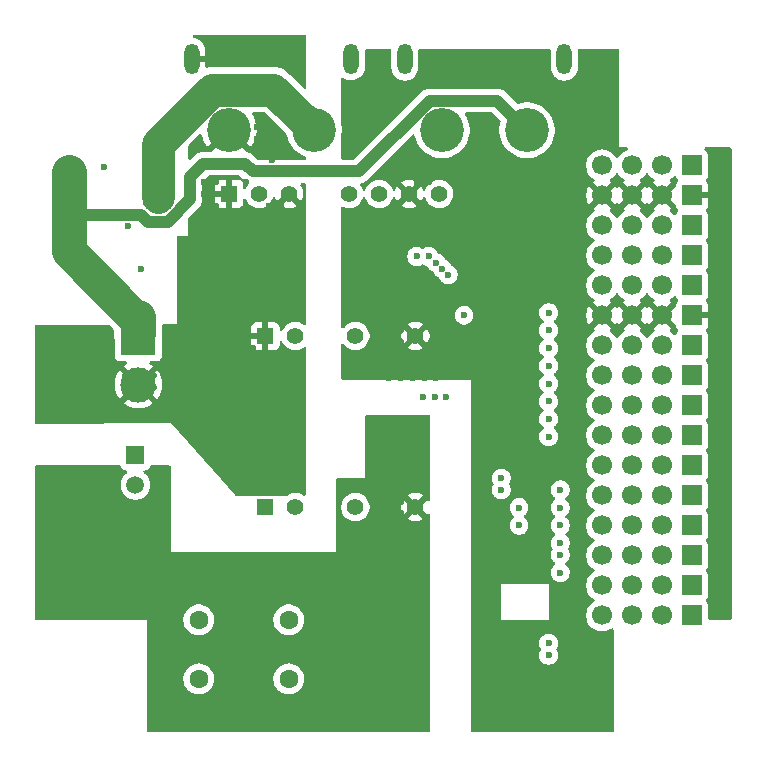
<source format=gbl>
%TF.GenerationSoftware,KiCad,Pcbnew,9.0.4*%
%TF.CreationDate,2025-11-06T05:06:55+09:00*%
%TF.ProjectId,CAN_Isolation_mini,43414e5f-4973-46f6-9c61-74696f6e5f6d,Ver.1.1*%
%TF.SameCoordinates,Original*%
%TF.FileFunction,Copper,L4,Bot*%
%TF.FilePolarity,Positive*%
%FSLAX46Y46*%
G04 Gerber Fmt 4.6, Leading zero omitted, Abs format (unit mm)*
G04 Created by KiCad (PCBNEW 9.0.4) date 2025-11-06 05:06:55*
%MOMM*%
%LPD*%
G01*
G04 APERTURE LIST*
%TA.AperFunction,ComponentPad*%
%ADD10R,1.700000X1.700000*%
%TD*%
%TA.AperFunction,ComponentPad*%
%ADD11C,1.700000*%
%TD*%
%TA.AperFunction,ComponentPad*%
%ADD12R,3.000000X3.000000*%
%TD*%
%TA.AperFunction,ComponentPad*%
%ADD13C,3.000000*%
%TD*%
%TA.AperFunction,ComponentPad*%
%ADD14C,1.600000*%
%TD*%
%TA.AperFunction,ComponentPad*%
%ADD15C,3.716000*%
%TD*%
%TA.AperFunction,ComponentPad*%
%ADD16O,1.300000X2.600000*%
%TD*%
%TA.AperFunction,ComponentPad*%
%ADD17R,1.397000X1.397000*%
%TD*%
%TA.AperFunction,ComponentPad*%
%ADD18C,1.397000*%
%TD*%
%TA.AperFunction,ComponentPad*%
%ADD19R,1.508000X1.508000*%
%TD*%
%TA.AperFunction,ComponentPad*%
%ADD20C,1.508000*%
%TD*%
%TA.AperFunction,ViaPad*%
%ADD21C,0.600000*%
%TD*%
%TA.AperFunction,Conductor*%
%ADD22C,1.000000*%
%TD*%
%TA.AperFunction,Conductor*%
%ADD23C,3.000000*%
%TD*%
%TA.AperFunction,Conductor*%
%ADD24C,0.400000*%
%TD*%
%TA.AperFunction,Conductor*%
%ADD25C,1.200000*%
%TD*%
%TA.AperFunction,Conductor*%
%ADD26C,2.800000*%
%TD*%
G04 APERTURE END LIST*
D10*
%TO.P,J6,1,Pin_1*%
%TO.N,unconnected-(J6-Pin_1-Pad1)*%
X144810000Y-89500000D03*
D11*
%TO.P,J6,2,Pin_2*%
%TO.N,unconnected-(J6-Pin_2-Pad2)*%
X142270000Y-89500000D03*
%TO.P,J6,3,Pin_3*%
%TO.N,unconnected-(J6-Pin_3-Pad3)*%
X139730000Y-89500000D03*
%TO.P,J6,4,Pin_4*%
%TO.N,unconnected-(J6-Pin_4-Pad4)*%
X137190000Y-89500000D03*
%TD*%
D10*
%TO.P,J3,1,Pin_1*%
%TO.N,GND_VP*%
X144810000Y-81880000D03*
D11*
%TO.P,J3,2,Pin_2*%
X142270000Y-81880000D03*
%TO.P,J3,3,Pin_3*%
X139730000Y-81880000D03*
%TO.P,J3,4,Pin_4*%
X137190000Y-81880000D03*
%TD*%
D10*
%TO.P,J8,1,Pin_1*%
%TO.N,+3.3VP*%
X144810000Y-94580000D03*
D11*
%TO.P,J8,2,Pin_2*%
X142270000Y-94580000D03*
%TO.P,J8,3,Pin_3*%
X139730000Y-94580000D03*
%TO.P,J8,4,Pin_4*%
X137190000Y-94580000D03*
%TD*%
D12*
%TO.P,X1,1*%
%TO.N,BAT_12V*%
X97922500Y-93930000D03*
D13*
%TO.P,X1,2*%
%TO.N,BAT_GND*%
X97922500Y-97890000D03*
%TD*%
D10*
%TO.P,J11,1,Pin_1*%
%TO.N,CAN_LED*%
X144810000Y-102200000D03*
D11*
%TO.P,J11,2,Pin_2*%
X142270000Y-102200000D03*
%TO.P,J11,3,Pin_3*%
X139730000Y-102200000D03*
%TO.P,J11,4,Pin_4*%
X137190000Y-102200000D03*
%TD*%
D10*
%TO.P,J17,1,Pin_1*%
%TO.N,unconnected-(J17-Pin_1-Pad1)*%
X144810000Y-117440000D03*
D11*
%TO.P,J17,2,Pin_2*%
%TO.N,unconnected-(J17-Pin_2-Pad2)*%
X142270000Y-117440000D03*
%TO.P,J17,3,Pin_3*%
%TO.N,unconnected-(J17-Pin_3-Pad3)*%
X139730000Y-117440000D03*
%TO.P,J17,4,Pin_4*%
%TO.N,unconnected-(J17-Pin_4-Pad4)*%
X137190000Y-117440000D03*
%TD*%
D10*
%TO.P,J15,1,Pin_1*%
%TO.N,CAN_SCK*%
X144810000Y-112360000D03*
D11*
%TO.P,J15,2,Pin_2*%
X142270000Y-112360000D03*
%TO.P,J15,3,Pin_3*%
X139730000Y-112360000D03*
%TO.P,J15,4,Pin_4*%
X137190000Y-112360000D03*
%TD*%
D10*
%TO.P,J13,1,Pin_1*%
%TO.N,CAN_SDO*%
X144810000Y-107280000D03*
D11*
%TO.P,J13,2,Pin_2*%
X142270000Y-107280000D03*
%TO.P,J13,3,Pin_3*%
X139730000Y-107280000D03*
%TO.P,J13,4,Pin_4*%
X137190000Y-107280000D03*
%TD*%
D14*
%TO.P,R12,1*%
%TO.N,Net-(C12-Pad1)*%
X103037095Y-117809000D03*
%TO.P,R12,2*%
%TO.N,CAN_L*%
X110657095Y-117809000D03*
%TD*%
D15*
%TO.P,J21,1,1*%
%TO.N,Net-(D3-PadC)*%
X112801000Y-76327000D03*
%TO.P,J21,2,2*%
%TO.N,BAT_GND*%
X105601000Y-76327000D03*
D16*
%TO.P,J21,S1,SHIELD*%
X115951000Y-70327000D03*
%TO.P,J21,S2,SHIELD*%
X102451000Y-70327000D03*
%TD*%
D10*
%TO.P,J16,1,Pin_1*%
%TO.N,unconnected-(J16-Pin_1-Pad1)*%
X144810000Y-114900000D03*
D11*
%TO.P,J16,2,Pin_2*%
%TO.N,unconnected-(J16-Pin_2-Pad2)*%
X142270000Y-114900000D03*
%TO.P,J16,3,Pin_3*%
%TO.N,unconnected-(J16-Pin_3-Pad3)*%
X139730000Y-114900000D03*
%TO.P,J16,4,Pin_4*%
%TO.N,unconnected-(J16-Pin_4-Pad4)*%
X137190000Y-114900000D03*
%TD*%
D10*
%TO.P,J7,1,Pin_1*%
%TO.N,GND_VP*%
X144810000Y-92040000D03*
D11*
%TO.P,J7,2,Pin_2*%
X142270000Y-92040000D03*
%TO.P,J7,3,Pin_3*%
X139730000Y-92040000D03*
%TO.P,J7,4,Pin_4*%
X137190000Y-92040000D03*
%TD*%
D10*
%TO.P,J10,1,Pin_1*%
%TO.N,unconnected-(J10-Pin_1-Pad1)*%
X144810000Y-99660000D03*
D11*
%TO.P,J10,2,Pin_2*%
%TO.N,unconnected-(J10-Pin_2-Pad2)*%
X142270000Y-99660000D03*
%TO.P,J10,3,Pin_3*%
%TO.N,unconnected-(J10-Pin_3-Pad3)*%
X139730000Y-99660000D03*
%TO.P,J10,4,Pin_4*%
%TO.N,unconnected-(J10-Pin_4-Pad4)*%
X137190000Y-99660000D03*
%TD*%
D17*
%TO.P,U3,1,-VIN*%
%TO.N,BAT_GND*%
X108680095Y-93785000D03*
D18*
%TO.P,U3,2,+VIN*%
%TO.N,BAT_12V*%
X111220095Y-93785000D03*
%TO.P,U3,3,+VOUT*%
%TO.N,+3.3VP*%
X116300095Y-93785000D03*
%TO.P,U3,4,-VOUT*%
%TO.N,GND_VP*%
X121380095Y-93785000D03*
%TD*%
D17*
%TO.P,U4,1,-VIN*%
%TO.N,BAT_GND*%
X108680095Y-108285000D03*
D18*
%TO.P,U4,2,+VIN*%
%TO.N,BAT_12V*%
X111220095Y-108285000D03*
%TO.P,U4,3,+VOUT*%
%TO.N,+5VCAN*%
X116300095Y-108285000D03*
%TO.P,U4,4,-VOUT*%
%TO.N,GND_5VCAN*%
X121380095Y-108285000D03*
%TD*%
D10*
%TO.P,J9,1,Pin_1*%
%TO.N,unconnected-(J9-Pin_1-Pad1)*%
X144810000Y-97120000D03*
D11*
%TO.P,J9,2,Pin_2*%
%TO.N,unconnected-(J9-Pin_2-Pad2)*%
X142270000Y-97120000D03*
%TO.P,J9,3,Pin_3*%
%TO.N,unconnected-(J9-Pin_3-Pad3)*%
X139730000Y-97120000D03*
%TO.P,J9,4,Pin_4*%
%TO.N,unconnected-(J9-Pin_4-Pad4)*%
X137190000Y-97120000D03*
%TD*%
D17*
%TO.P,U7,1,-VIN*%
%TO.N,BAT_GND*%
X105608000Y-81741000D03*
D18*
%TO.P,U7,2,+VIN*%
%TO.N,BAT_12V*%
X108148000Y-81741000D03*
%TO.P,U7,3,RC*%
%TO.N,BAT_GND*%
X110688000Y-81741000D03*
%TO.P,U7,5,NC*%
%TO.N,unconnected-(U7-NC-Pad5)*%
X115768000Y-81741000D03*
%TO.P,U7,6,+VOUT*%
%TO.N,+5VP*%
X118308000Y-81741000D03*
%TO.P,U7,7,-VOUT*%
%TO.N,GND_VP*%
X120848000Y-81741000D03*
%TO.P,U7,8,NC*%
%TO.N,unconnected-(U7-NC-Pad8)*%
X123388000Y-81741000D03*
%TD*%
D14*
%TO.P,R11,1*%
%TO.N,CAN_H*%
X110657095Y-122809000D03*
%TO.P,R11,2*%
%TO.N,Net-(C12-Pad1)*%
X103037095Y-122809000D03*
%TD*%
D10*
%TO.P,J2,1,Pin_1*%
%TO.N,unconnected-(J2-Pin_1-Pad1)*%
X144810000Y-79340000D03*
D11*
%TO.P,J2,2,Pin_2*%
%TO.N,unconnected-(J2-Pin_2-Pad2)*%
X142270000Y-79340000D03*
%TO.P,J2,3,Pin_3*%
%TO.N,unconnected-(J2-Pin_3-Pad3)*%
X139730000Y-79340000D03*
%TO.P,J2,4,Pin_4*%
%TO.N,unconnected-(J2-Pin_4-Pad4)*%
X137190000Y-79340000D03*
%TD*%
D10*
%TO.P,J5,1,Pin_1*%
%TO.N,unconnected-(J5-Pin_1-Pad1)*%
X144810000Y-86960000D03*
D11*
%TO.P,J5,2,Pin_2*%
%TO.N,unconnected-(J5-Pin_2-Pad2)*%
X142270000Y-86960000D03*
%TO.P,J5,3,Pin_3*%
%TO.N,unconnected-(J5-Pin_3-Pad3)*%
X139730000Y-86960000D03*
%TO.P,J5,4,Pin_4*%
%TO.N,unconnected-(J5-Pin_4-Pad4)*%
X137190000Y-86960000D03*
%TD*%
D10*
%TO.P,J14,1,Pin_1*%
%TO.N,CAN_SDI*%
X144810000Y-109820000D03*
D11*
%TO.P,J14,2,Pin_2*%
X142270000Y-109820000D03*
%TO.P,J14,3,Pin_3*%
X139730000Y-109820000D03*
%TO.P,J14,4,Pin_4*%
X137190000Y-109820000D03*
%TD*%
D10*
%TO.P,J4,1,Pin_1*%
%TO.N,+5VP*%
X144810000Y-84420000D03*
D11*
%TO.P,J4,2,Pin_2*%
X142270000Y-84420000D03*
%TO.P,J4,3,Pin_3*%
X139730000Y-84420000D03*
%TO.P,J4,4,Pin_4*%
X137190000Y-84420000D03*
%TD*%
D10*
%TO.P,J12,1,Pin_1*%
%TO.N,CAN_CS*%
X144810000Y-104740000D03*
D11*
%TO.P,J12,2,Pin_2*%
X142270000Y-104740000D03*
%TO.P,J12,3,Pin_3*%
X139730000Y-104740000D03*
%TO.P,J12,4,Pin_4*%
X137190000Y-104740000D03*
%TD*%
D19*
%TO.P,J1,1,1*%
%TO.N,CAN_H*%
X97680000Y-103900000D03*
D20*
%TO.P,J1,2,2*%
%TO.N,CAN_L*%
X97680000Y-106400000D03*
%TD*%
D15*
%TO.P,J22,1,1*%
%TO.N,BAT_12V*%
X130835000Y-76358000D03*
%TO.P,J22,2,2*%
%TO.N,BAT_GND*%
X123635000Y-76358000D03*
D16*
%TO.P,J22,S1,SHIELD*%
X133985000Y-70358000D03*
%TO.P,J22,S2,SHIELD*%
X120485000Y-70358000D03*
%TD*%
D21*
%TO.N,BAT_12V*%
X93091000Y-81788000D03*
X97282000Y-91948000D03*
X91821000Y-81788000D03*
X93091000Y-82550000D03*
X91186000Y-80264000D03*
X97282000Y-91059000D03*
X91186000Y-81026000D03*
X91821000Y-81026000D03*
X91821000Y-80264000D03*
X93091000Y-80264000D03*
X92456000Y-82550000D03*
X91186000Y-82550000D03*
X96647000Y-90297000D03*
X92456000Y-81788000D03*
X91186000Y-81788000D03*
X93091000Y-81026000D03*
X91821000Y-82550000D03*
X96266000Y-91948000D03*
X94615000Y-90297000D03*
X95250000Y-91059000D03*
X95631000Y-90297000D03*
X98298000Y-91948000D03*
X96266000Y-91059000D03*
X92456000Y-80264000D03*
X92456000Y-81026000D03*
%TO.N,BAT_GND*%
X110657095Y-97785000D03*
X109657095Y-102809000D03*
X93730000Y-96020000D03*
X107657095Y-95809000D03*
X110000000Y-89700000D03*
X110000000Y-91500000D03*
X108000000Y-77100000D03*
X111657095Y-97809000D03*
X106657095Y-101809000D03*
X108657095Y-98809000D03*
X109998000Y-82741000D03*
X94770000Y-100100000D03*
X106657095Y-98809000D03*
X106657095Y-97809000D03*
X106998000Y-86741000D03*
X95730000Y-96030000D03*
X109657095Y-98809000D03*
X107657095Y-100809000D03*
X108657095Y-103809000D03*
X110998000Y-86741000D03*
X92770000Y-100090000D03*
X103498000Y-85741000D03*
X108000000Y-76100000D03*
X103498000Y-83741000D03*
X108657095Y-95809000D03*
X95730000Y-97110000D03*
X109657095Y-105809000D03*
X108657095Y-96809000D03*
X94770000Y-97100000D03*
X107657095Y-106809000D03*
X109200000Y-77100000D03*
X109657095Y-104809000D03*
X93730000Y-99100000D03*
X107657095Y-96809000D03*
X96730000Y-100110000D03*
X108000000Y-75100000D03*
X106657095Y-100809000D03*
X108657095Y-105809000D03*
X106998000Y-85741000D03*
X109200000Y-78000000D03*
X94770000Y-98100000D03*
X92770000Y-98090000D03*
X108657095Y-106809000D03*
X103498000Y-86741000D03*
X109200000Y-78900000D03*
X110657095Y-100809000D03*
X108000000Y-91500000D03*
X110657095Y-96809000D03*
X107998000Y-85741000D03*
X95730000Y-100110000D03*
X108657095Y-99809000D03*
X111657095Y-102809000D03*
X95730000Y-98110000D03*
X108998000Y-84741000D03*
X110657095Y-103809000D03*
X92770000Y-97090000D03*
X93730000Y-100100000D03*
X107998000Y-84741000D03*
X104498000Y-86741000D03*
X111657095Y-103809000D03*
X109998000Y-87741000D03*
X109657095Y-103809000D03*
X109998000Y-84741000D03*
X111657095Y-96809000D03*
X107000000Y-91500000D03*
X109000000Y-89700000D03*
X107657095Y-102809000D03*
X108657095Y-101809000D03*
X104498000Y-83741000D03*
X108657095Y-100809000D03*
X109998000Y-83741000D03*
X109657095Y-101809000D03*
X110657095Y-98809000D03*
X107657095Y-98809000D03*
X107998000Y-88741000D03*
X109000000Y-91500000D03*
X103498000Y-84741000D03*
X94770000Y-96020000D03*
X104498000Y-81741000D03*
X106998000Y-80741000D03*
X111000000Y-91500000D03*
X111000000Y-89700000D03*
X106657095Y-103809000D03*
X111657095Y-98809000D03*
X94770000Y-99100000D03*
X108000000Y-89700000D03*
X103498000Y-80741000D03*
X108657095Y-97809000D03*
X111657095Y-105809000D03*
X108657095Y-104809000D03*
X109201000Y-76100000D03*
X108998000Y-83741000D03*
X107657095Y-103809000D03*
X106657095Y-95809000D03*
X109657095Y-96809000D03*
X109657095Y-95809000D03*
X109657095Y-106809000D03*
X107657095Y-104809000D03*
X111657095Y-95809000D03*
X110998000Y-88741000D03*
X107657095Y-105809000D03*
X108000000Y-78000000D03*
X106998000Y-84741000D03*
X108998000Y-86741000D03*
X103498000Y-81741000D03*
X109657095Y-100809000D03*
X108998000Y-87741000D03*
X104498000Y-85741000D03*
X110657095Y-104809000D03*
X108998000Y-82741000D03*
X110657095Y-102809000D03*
X92770000Y-96010000D03*
X109998000Y-86741000D03*
X104498000Y-87741000D03*
X104498000Y-82741000D03*
X92770000Y-99090000D03*
X106998000Y-83741000D03*
X104498000Y-84741000D03*
X110657095Y-95809000D03*
X110000000Y-90600000D03*
X110998000Y-85741000D03*
X99230000Y-100110000D03*
X110657095Y-99809000D03*
X107657095Y-101809000D03*
X109657095Y-97809000D03*
X109998000Y-85741000D03*
X95730000Y-99110000D03*
X111657095Y-106809000D03*
X110998000Y-83741000D03*
X106657095Y-105809000D03*
X110657095Y-105809000D03*
X108998000Y-85741000D03*
X111657095Y-101809000D03*
X107000000Y-90600000D03*
X110657095Y-101809000D03*
X106657095Y-102809000D03*
X107657095Y-97809000D03*
X107998000Y-87741000D03*
X106998000Y-88741000D03*
X104498000Y-88741000D03*
X111657095Y-104809000D03*
X111000000Y-90600000D03*
X104498000Y-80741000D03*
X108657095Y-102809000D03*
X111657095Y-100809000D03*
X106657095Y-104809000D03*
X107000000Y-89700000D03*
X107998000Y-83741000D03*
X106657095Y-106809000D03*
X109657095Y-99809000D03*
X109998000Y-88741000D03*
X109000000Y-90600000D03*
X93730000Y-97100000D03*
X110998000Y-87741000D03*
X107657095Y-94809000D03*
X110657095Y-106809000D03*
X106657095Y-99809000D03*
X97730000Y-100110000D03*
X108000000Y-90600000D03*
X103498000Y-87741000D03*
X111657095Y-99809000D03*
X107998000Y-86741000D03*
X106657095Y-96809000D03*
X103498000Y-82741000D03*
X110998000Y-84741000D03*
X106998000Y-82741000D03*
X107657095Y-99809000D03*
X93730000Y-98100000D03*
X106998000Y-87741000D03*
X106657095Y-94809000D03*
X108998000Y-88741000D03*
%TO.N,GND_5VCAN*%
X120157095Y-110809000D03*
X113157095Y-117809000D03*
X111157095Y-112809000D03*
X118157095Y-117809000D03*
X97657095Y-114294905D03*
X115157095Y-112809000D03*
X99600000Y-109300000D03*
X96657095Y-109294905D03*
X107157095Y-113809000D03*
X116157095Y-111809000D03*
X95657095Y-111294905D03*
X122157095Y-109809000D03*
X97657095Y-113294905D03*
X122157095Y-114809000D03*
X97657095Y-117294905D03*
X120157095Y-112809000D03*
X95657095Y-112294905D03*
X97657095Y-108294905D03*
X121157095Y-109809000D03*
X117157095Y-112809000D03*
X108157095Y-112809000D03*
X118157095Y-114809000D03*
X94657095Y-110294905D03*
X122157095Y-110809000D03*
X118157095Y-115809000D03*
X108157095Y-113809000D03*
X118157095Y-105809000D03*
X93700000Y-112320000D03*
X120157095Y-105809000D03*
X97657095Y-109294905D03*
X106157095Y-112809000D03*
X113157095Y-115809000D03*
X122157095Y-113809000D03*
X95657095Y-114294905D03*
X113157095Y-112809000D03*
X96657095Y-110294905D03*
X96657095Y-115294905D03*
X96657095Y-113294905D03*
X103157095Y-112809000D03*
X119157095Y-116809000D03*
X119157095Y-105809000D03*
X96657095Y-117294905D03*
X117157095Y-117809000D03*
X102157095Y-112809000D03*
X114157095Y-112809000D03*
X99657095Y-116294905D03*
X94657095Y-114294905D03*
X114157095Y-117809000D03*
X93700000Y-115290000D03*
X93657095Y-110294905D03*
X115157095Y-115809000D03*
X94657095Y-109294905D03*
X121157095Y-111809000D03*
X114157095Y-114809000D03*
X95657095Y-113294905D03*
X98600000Y-109300000D03*
X120157095Y-109809000D03*
X119157095Y-111809000D03*
X114157095Y-113809000D03*
X112157095Y-113809000D03*
X111157095Y-115809000D03*
X96657095Y-111294905D03*
X109157095Y-112809000D03*
X121157095Y-112809000D03*
X100657095Y-119294905D03*
X96657095Y-114294905D03*
X120157095Y-108809000D03*
X98600000Y-108300000D03*
X115157095Y-110809000D03*
X121157095Y-114809000D03*
X117157095Y-114809000D03*
X96657095Y-116294905D03*
X94657095Y-108294905D03*
X111157095Y-114809000D03*
X93650000Y-108290000D03*
X117157095Y-116809000D03*
X116157095Y-114809000D03*
X95657095Y-115294905D03*
X112157095Y-115809000D03*
X93650000Y-109320000D03*
X115157095Y-109809000D03*
X100657095Y-120294905D03*
X97657095Y-111294905D03*
X97657095Y-110294905D03*
X105157095Y-112809000D03*
X114157095Y-116809000D03*
X114157095Y-115809000D03*
X94650000Y-116310000D03*
X94657095Y-113294905D03*
X122157095Y-112809000D03*
X99657095Y-114294905D03*
X93657095Y-106294905D03*
X121157095Y-113809000D03*
X120157095Y-111809000D03*
X120157095Y-113809000D03*
X93690000Y-111290000D03*
X118157095Y-106809000D03*
X112157095Y-112809000D03*
X119157095Y-107809000D03*
X95657095Y-109294905D03*
X118157095Y-110809000D03*
X93657095Y-107294905D03*
X104157095Y-112809000D03*
X122157095Y-111809000D03*
X113157095Y-114809000D03*
X118157095Y-107809000D03*
X113157095Y-113809000D03*
X117157095Y-111809000D03*
X105157095Y-113809000D03*
X119157095Y-113809000D03*
X119157095Y-112809000D03*
X102157095Y-113809000D03*
X95657095Y-106294905D03*
X120157095Y-107809000D03*
X97657095Y-112294905D03*
X117157095Y-110809000D03*
X99600000Y-108300000D03*
X95657095Y-107294905D03*
X94657095Y-106294905D03*
X99657095Y-118294905D03*
X115157095Y-117809000D03*
X103157095Y-113809000D03*
X94657095Y-112294905D03*
X116157095Y-116809000D03*
X99657095Y-119294905D03*
X96657095Y-112294905D03*
X118157095Y-116809000D03*
X116157095Y-112809000D03*
X116157095Y-113809000D03*
X119157095Y-109809000D03*
X121157095Y-110809000D03*
X107157095Y-112809000D03*
X111157095Y-113809000D03*
X96657095Y-108294905D03*
X98657095Y-114294905D03*
X119157095Y-110809000D03*
X118157095Y-109809000D03*
X94657095Y-115294905D03*
X110157095Y-112809000D03*
X110157095Y-114809000D03*
X120157095Y-114809000D03*
X118157095Y-112809000D03*
X109157095Y-113809000D03*
X115157095Y-111809000D03*
X95657095Y-116294905D03*
X115157095Y-116809000D03*
X119157095Y-114809000D03*
X93657095Y-114294905D03*
X116157095Y-109809000D03*
X94657095Y-111294905D03*
X117157095Y-115809000D03*
X116157095Y-110809000D03*
X116157095Y-117809000D03*
X120157095Y-106809000D03*
X118157095Y-108809000D03*
X99657095Y-120294905D03*
X119157095Y-115809000D03*
X117157095Y-113809000D03*
X98657095Y-115294905D03*
X118157095Y-113809000D03*
X97657095Y-115294905D03*
X117157095Y-109809000D03*
X93670000Y-113310000D03*
X113157095Y-116809000D03*
X94657095Y-107294905D03*
X115157095Y-114809000D03*
X104157095Y-113809000D03*
X98657095Y-116294905D03*
X119157095Y-106809000D03*
X118157095Y-111809000D03*
X98657095Y-113294905D03*
X112157095Y-114809000D03*
X106157095Y-113809000D03*
X116157095Y-115809000D03*
X115157095Y-113809000D03*
X95657095Y-110294905D03*
X119157095Y-108809000D03*
X110157095Y-113809000D03*
X95657095Y-108294905D03*
X97657095Y-116294905D03*
%TO.N,CAN_CS*%
X133657095Y-106809000D03*
X132657095Y-102309000D03*
%TO.N,CAN_SDO*%
X133657095Y-108309000D03*
X132657095Y-100809000D03*
%TO.N,CAN_SDI*%
X133657095Y-109809000D03*
X132657095Y-99309000D03*
%TO.N,CAN_SCK*%
X132657095Y-97809000D03*
X133657095Y-111309000D03*
%TO.N,CAN_GPIO0*%
X132657095Y-96309000D03*
X133657095Y-112309000D03*
%TO.N,CAN_GPIO1*%
X133657095Y-113809000D03*
X132657095Y-94809000D03*
%TO.N,CAN_CLK*%
X130157095Y-108309000D03*
X132657095Y-91809000D03*
%TO.N,CAN_INT*%
X132657095Y-93309000D03*
X130157095Y-109809000D03*
%TO.N,Net-(U1-RXCAN)*%
X128657095Y-106809000D03*
X132657095Y-119809000D03*
%TO.N,Net-(U1-TXCAN)*%
X128657095Y-105809000D03*
X132657095Y-120809000D03*
%TO.N,CAN_LED*%
X94996000Y-79502000D03*
%TO.N,GND_VP*%
X122157095Y-96309000D03*
X119157095Y-97309000D03*
X121157095Y-91309000D03*
X133000000Y-80514095D03*
X125492000Y-84239000D03*
X123157095Y-97309000D03*
X127657095Y-119309000D03*
X122157095Y-92309000D03*
X125498000Y-81741000D03*
X118157095Y-95309000D03*
X126657095Y-120309000D03*
X120157095Y-96309000D03*
X130157095Y-104809000D03*
X134000000Y-123514095D03*
X128657095Y-119309000D03*
X128657095Y-103809000D03*
X122498000Y-85241000D03*
X120498000Y-79741000D03*
X122157095Y-97309000D03*
X121157095Y-95309000D03*
X128157095Y-104309000D03*
X124500000Y-84250000D03*
X121498000Y-85241000D03*
X123157095Y-93309000D03*
X127657095Y-118309000D03*
X126657095Y-119309000D03*
X121498000Y-79741000D03*
X125498000Y-80741000D03*
X128157095Y-103309000D03*
X127657095Y-116309000D03*
X120157095Y-91309000D03*
X126657095Y-114309000D03*
X127657095Y-103809000D03*
X134000000Y-124514095D03*
X123498000Y-79741000D03*
X120157095Y-92309000D03*
X124500000Y-85250000D03*
X119157095Y-93309000D03*
X123498000Y-83241000D03*
X122498000Y-80741000D03*
X120498000Y-84241000D03*
X123157095Y-92309000D03*
X127657095Y-120309000D03*
X119157095Y-94309000D03*
X127657095Y-114309000D03*
X120498000Y-83241000D03*
X119157095Y-96309000D03*
X125492000Y-85239000D03*
X118157095Y-92309000D03*
X122157095Y-91309000D03*
X125498000Y-79741000D03*
X121157095Y-97309000D03*
X118157095Y-93309000D03*
X127657095Y-115309000D03*
X133000000Y-124514095D03*
X132000000Y-125514095D03*
X122498000Y-83241000D03*
X127657095Y-117309000D03*
X137000000Y-77000000D03*
X118157095Y-96309000D03*
X124498000Y-80741000D03*
X122157095Y-95309000D03*
X122498000Y-79741000D03*
X133000000Y-123514095D03*
X119157095Y-95309000D03*
X121157095Y-92309000D03*
X134000000Y-125514095D03*
X131000000Y-80514095D03*
X123157095Y-96309000D03*
X121498000Y-83241000D03*
X121498000Y-84241000D03*
X126657095Y-116309000D03*
X118157095Y-94309000D03*
X134000000Y-80514095D03*
X133000000Y-125514095D03*
X126657095Y-117309000D03*
X130000000Y-80514095D03*
X124498000Y-83241000D03*
X123157095Y-95309000D03*
X121498000Y-80741000D03*
X120157095Y-94309000D03*
X127657095Y-121309000D03*
X120157095Y-95309000D03*
X121157095Y-96309000D03*
X126657095Y-115309000D03*
X118157095Y-91309000D03*
X136000000Y-77000000D03*
X128657095Y-121309000D03*
X132000000Y-80514095D03*
X120157095Y-97309000D03*
X119157095Y-92309000D03*
X129157095Y-104809000D03*
X135000000Y-80514095D03*
X124498000Y-79741000D03*
X123498000Y-85241000D03*
X123157095Y-91309000D03*
X126657095Y-121309000D03*
X119157095Y-91309000D03*
X128657095Y-120309000D03*
X125490000Y-83230000D03*
X126657095Y-118309000D03*
X123157095Y-94309000D03*
X120157095Y-93309000D03*
X98171000Y-88138000D03*
X123498000Y-84241000D03*
X122498000Y-84241000D03*
X138000000Y-77000000D03*
%TO.N,+3.3VP*%
X122000000Y-98912400D03*
X125500000Y-92014095D03*
X123000000Y-98912400D03*
X97028000Y-84455000D03*
X124000000Y-98912400D03*
%TO.N,+5VP*%
X124160500Y-88578500D03*
X123660500Y-88078500D03*
X122498000Y-87051000D03*
X121498000Y-87051000D03*
X123160500Y-87578500D03*
%TO.N,Net-(D3-PadC)*%
X100457000Y-81661000D03*
X99822000Y-81661000D03*
X98552000Y-82423000D03*
X99822000Y-80137000D03*
X98552000Y-80137000D03*
X99187000Y-82423000D03*
X98552000Y-80899000D03*
X99187000Y-81661000D03*
X99187000Y-80137000D03*
X99822000Y-82423000D03*
X100457000Y-80137000D03*
X98552000Y-81661000D03*
X100457000Y-82423000D03*
X99187000Y-80899000D03*
X99822000Y-80899000D03*
X100457000Y-80899000D03*
%TD*%
D22*
%TO.N,BAT_12V*%
X128323600Y-73846600D02*
X122594744Y-73846600D01*
D23*
X92075000Y-86614000D02*
X92075000Y-83610000D01*
D22*
X98717454Y-84095400D02*
X98123654Y-83501600D01*
X102330000Y-82183946D02*
X100418546Y-84095400D01*
X103430000Y-79190000D02*
X102330000Y-80290000D01*
X92183400Y-83501600D02*
X92075000Y-83610000D01*
X122594744Y-73846600D02*
X116587944Y-79853400D01*
X100418546Y-84095400D02*
X98717454Y-84095400D01*
D23*
X97595905Y-92134905D02*
X92075000Y-86614000D01*
D22*
X102330000Y-80290000D02*
X102330000Y-82183946D01*
D23*
X97857095Y-92134905D02*
X97595905Y-92134905D01*
D22*
X116587944Y-79853400D02*
X107605088Y-79853400D01*
X130835000Y-76358000D02*
X128323600Y-73846600D01*
D23*
X92075000Y-83610000D02*
X92075000Y-79883000D01*
D22*
X106941688Y-79190000D02*
X103430000Y-79190000D01*
D23*
X97857095Y-93544905D02*
X97857095Y-92134905D01*
D22*
X98123654Y-83501600D02*
X92183400Y-83501600D01*
X107605088Y-79853400D02*
X106941688Y-79190000D01*
D24*
%TO.N,BAT_GND*%
X97930000Y-97860000D02*
X98980000Y-97860000D01*
D25*
X108680095Y-108285000D02*
X108680095Y-108332000D01*
D24*
X98980000Y-97860000D02*
X99230000Y-98110000D01*
X97930000Y-97860000D02*
X98480000Y-97860000D01*
X97930000Y-97860000D02*
X97480000Y-97860000D01*
X97930000Y-97860000D02*
X96980000Y-97860000D01*
D25*
X108680095Y-108285000D02*
X108681095Y-108285000D01*
D24*
X97480000Y-97860000D02*
X96730000Y-97110000D01*
X96980000Y-97860000D02*
X96730000Y-98110000D01*
X98480000Y-97860000D02*
X99230000Y-97110000D01*
D26*
%TO.N,Net-(D3-PadC)*%
X112776000Y-76327000D02*
X112801000Y-76327000D01*
X99568000Y-82042000D02*
X99568000Y-77535551D01*
X104187951Y-72915600D02*
X109364600Y-72915600D01*
X99568000Y-77535551D02*
X104187951Y-72915600D01*
X109364600Y-72915600D02*
X112776000Y-76327000D01*
%TD*%
%TA.AperFunction,Conductor*%
%TO.N,BAT_GND*%
G36*
X106542945Y-80210185D02*
G01*
X106563586Y-80226818D01*
X106827948Y-80491181D01*
X106827949Y-80491182D01*
X106935912Y-80599145D01*
X106967307Y-80630540D01*
X107077877Y-80704420D01*
X107131174Y-80740032D01*
X107187761Y-80763471D01*
X107242163Y-80807310D01*
X107264229Y-80873604D01*
X107246951Y-80941303D01*
X107234614Y-80958544D01*
X107233464Y-80959890D01*
X107122523Y-81112586D01*
X107040985Y-81272614D01*
X106993010Y-81323410D01*
X106925189Y-81340205D01*
X106859054Y-81317668D01*
X106815603Y-81262952D01*
X106806500Y-81216319D01*
X106806500Y-80994672D01*
X106806499Y-80994655D01*
X106800098Y-80935127D01*
X106800096Y-80935120D01*
X106749854Y-80800413D01*
X106749850Y-80800406D01*
X106663690Y-80685312D01*
X106663687Y-80685309D01*
X106548593Y-80599149D01*
X106548586Y-80599145D01*
X106413879Y-80548903D01*
X106413872Y-80548901D01*
X106354344Y-80542500D01*
X105858000Y-80542500D01*
X105858000Y-81372072D01*
X105779571Y-81326792D01*
X105666520Y-81296500D01*
X105549480Y-81296500D01*
X105436429Y-81326792D01*
X105358000Y-81372072D01*
X105358000Y-80542500D01*
X104861655Y-80542500D01*
X104802127Y-80548901D01*
X104802120Y-80548903D01*
X104667413Y-80599145D01*
X104667406Y-80599149D01*
X104552312Y-80685309D01*
X104552309Y-80685312D01*
X104466149Y-80800406D01*
X104466145Y-80800413D01*
X104415903Y-80935120D01*
X104415901Y-80935127D01*
X104409500Y-80994655D01*
X104409500Y-81491000D01*
X105239073Y-81491000D01*
X105193792Y-81569429D01*
X105163500Y-81682480D01*
X105163500Y-81799520D01*
X105193792Y-81912571D01*
X105239073Y-81991000D01*
X104409500Y-81991000D01*
X104409500Y-82487344D01*
X104415901Y-82546872D01*
X104415903Y-82546879D01*
X104466145Y-82681586D01*
X104466149Y-82681593D01*
X104552309Y-82796687D01*
X104552312Y-82796690D01*
X104667406Y-82882850D01*
X104667413Y-82882854D01*
X104802120Y-82933096D01*
X104802127Y-82933098D01*
X104861655Y-82939499D01*
X104861672Y-82939500D01*
X105358000Y-82939500D01*
X105358000Y-82109927D01*
X105436429Y-82155208D01*
X105549480Y-82185500D01*
X105666520Y-82185500D01*
X105779571Y-82155208D01*
X105858000Y-82109927D01*
X105858000Y-82939500D01*
X106354328Y-82939500D01*
X106354344Y-82939499D01*
X106413872Y-82933098D01*
X106413879Y-82933096D01*
X106548586Y-82882854D01*
X106548593Y-82882850D01*
X106663687Y-82796690D01*
X106663690Y-82796687D01*
X106749850Y-82681593D01*
X106749854Y-82681586D01*
X106800096Y-82546879D01*
X106800098Y-82546872D01*
X106806499Y-82487344D01*
X106806500Y-82487327D01*
X106806500Y-82265680D01*
X106826185Y-82198641D01*
X106878989Y-82152886D01*
X106948147Y-82142942D01*
X107011703Y-82171967D01*
X107040984Y-82209384D01*
X107122523Y-82369413D01*
X107233454Y-82522096D01*
X107366904Y-82655546D01*
X107519587Y-82766477D01*
X107687744Y-82852157D01*
X107867233Y-82910477D01*
X107937134Y-82921548D01*
X108053632Y-82940000D01*
X108053637Y-82940000D01*
X108242368Y-82940000D01*
X108345920Y-82923598D01*
X108428767Y-82910477D01*
X108608256Y-82852157D01*
X108776413Y-82766477D01*
X108929096Y-82655546D01*
X109062546Y-82522096D01*
X109173477Y-82369413D01*
X109259157Y-82201256D01*
X109300333Y-82074529D01*
X109339768Y-82016858D01*
X109404127Y-81989659D01*
X109472973Y-82001573D01*
X109524449Y-82048817D01*
X109536193Y-82074533D01*
X109577304Y-82201061D01*
X109577305Y-82201063D01*
X109662952Y-82369153D01*
X109681189Y-82394255D01*
X109681190Y-82394255D01*
X110250352Y-81825093D01*
X110273792Y-81912571D01*
X110332311Y-82013930D01*
X110415070Y-82096689D01*
X110516429Y-82155208D01*
X110603905Y-82178647D01*
X110034743Y-82747808D01*
X110034743Y-82747809D01*
X110059844Y-82766046D01*
X110227935Y-82851694D01*
X110227938Y-82851695D01*
X110407349Y-82909988D01*
X110593677Y-82939500D01*
X110782323Y-82939500D01*
X110968650Y-82909988D01*
X111148061Y-82851695D01*
X111148064Y-82851694D01*
X111316151Y-82766048D01*
X111341255Y-82747808D01*
X111341256Y-82747808D01*
X110772095Y-82178647D01*
X110859571Y-82155208D01*
X110960930Y-82096689D01*
X111043689Y-82013930D01*
X111102208Y-81912571D01*
X111125647Y-81825094D01*
X111694808Y-82394256D01*
X111694808Y-82394255D01*
X111713048Y-82369151D01*
X111798694Y-82201064D01*
X111798695Y-82201061D01*
X111856988Y-82021650D01*
X111886500Y-81835323D01*
X111886500Y-81646676D01*
X111856988Y-81460349D01*
X111798695Y-81280938D01*
X111798694Y-81280935D01*
X111713048Y-81112848D01*
X111667957Y-81050786D01*
X111644477Y-80984980D01*
X111660302Y-80916926D01*
X111710408Y-80868231D01*
X111768275Y-80853900D01*
X112033095Y-80853900D01*
X112100134Y-80873585D01*
X112145889Y-80926389D01*
X112157095Y-80977900D01*
X112157095Y-92740361D01*
X112137410Y-92807400D01*
X112084606Y-92853155D01*
X112015448Y-92863099D01*
X111960209Y-92840679D01*
X111953865Y-92836070D01*
X111848508Y-92759523D01*
X111789215Y-92729312D01*
X111680353Y-92673844D01*
X111680352Y-92673843D01*
X111680351Y-92673843D01*
X111500862Y-92615523D01*
X111500860Y-92615522D01*
X111500858Y-92615522D01*
X111314463Y-92586000D01*
X111314458Y-92586000D01*
X111125732Y-92586000D01*
X111125727Y-92586000D01*
X110939331Y-92615522D01*
X110759836Y-92673844D01*
X110591681Y-92759523D01*
X110542983Y-92794905D01*
X110438999Y-92870454D01*
X110438997Y-92870456D01*
X110438996Y-92870456D01*
X110305551Y-93003901D01*
X110305551Y-93003902D01*
X110305549Y-93003904D01*
X110257908Y-93069475D01*
X110194618Y-93156586D01*
X110113080Y-93316614D01*
X110065105Y-93367410D01*
X109997284Y-93384205D01*
X109931149Y-93361668D01*
X109887698Y-93306952D01*
X109878595Y-93260319D01*
X109878595Y-93038672D01*
X109878594Y-93038655D01*
X109872193Y-92979127D01*
X109872191Y-92979120D01*
X109821949Y-92844413D01*
X109821945Y-92844406D01*
X109735785Y-92729312D01*
X109735782Y-92729309D01*
X109620688Y-92643149D01*
X109620681Y-92643145D01*
X109485974Y-92592903D01*
X109485967Y-92592901D01*
X109426439Y-92586500D01*
X108930095Y-92586500D01*
X108930095Y-93416072D01*
X108851666Y-93370792D01*
X108738615Y-93340500D01*
X108621575Y-93340500D01*
X108508524Y-93370792D01*
X108430095Y-93416072D01*
X108430095Y-92586500D01*
X107933750Y-92586500D01*
X107874222Y-92592901D01*
X107874215Y-92592903D01*
X107739508Y-92643145D01*
X107739501Y-92643149D01*
X107624407Y-92729309D01*
X107624404Y-92729312D01*
X107538244Y-92844406D01*
X107538240Y-92844413D01*
X107487998Y-92979120D01*
X107487996Y-92979127D01*
X107481595Y-93038655D01*
X107481595Y-93535000D01*
X108311168Y-93535000D01*
X108265887Y-93613429D01*
X108235595Y-93726480D01*
X108235595Y-93843520D01*
X108265887Y-93956571D01*
X108311168Y-94035000D01*
X107481595Y-94035000D01*
X107481595Y-94531344D01*
X107487996Y-94590872D01*
X107487998Y-94590879D01*
X107538240Y-94725586D01*
X107538244Y-94725593D01*
X107624404Y-94840687D01*
X107624407Y-94840690D01*
X107739501Y-94926850D01*
X107739508Y-94926854D01*
X107874215Y-94977096D01*
X107874222Y-94977098D01*
X107933750Y-94983499D01*
X107933767Y-94983500D01*
X108430095Y-94983500D01*
X108430095Y-94153927D01*
X108508524Y-94199208D01*
X108621575Y-94229500D01*
X108738615Y-94229500D01*
X108851666Y-94199208D01*
X108930095Y-94153927D01*
X108930095Y-94983500D01*
X109426423Y-94983500D01*
X109426439Y-94983499D01*
X109485967Y-94977098D01*
X109485974Y-94977096D01*
X109620681Y-94926854D01*
X109620688Y-94926850D01*
X109735782Y-94840690D01*
X109735785Y-94840687D01*
X109821945Y-94725593D01*
X109821949Y-94725586D01*
X109872191Y-94590879D01*
X109872193Y-94590872D01*
X109878594Y-94531344D01*
X109878595Y-94531327D01*
X109878595Y-94309680D01*
X109898280Y-94242641D01*
X109951084Y-94196886D01*
X110020242Y-94186942D01*
X110083798Y-94215967D01*
X110113079Y-94253384D01*
X110194618Y-94413413D01*
X110305549Y-94566096D01*
X110438999Y-94699546D01*
X110591682Y-94810477D01*
X110759839Y-94896157D01*
X110939328Y-94954477D01*
X111009229Y-94965548D01*
X111125727Y-94984000D01*
X111125732Y-94984000D01*
X111314463Y-94984000D01*
X111418015Y-94967598D01*
X111500862Y-94954477D01*
X111680351Y-94896157D01*
X111848508Y-94810477D01*
X111960212Y-94729318D01*
X112026015Y-94705840D01*
X112094069Y-94721665D01*
X112142764Y-94771770D01*
X112157095Y-94829638D01*
X112157095Y-107170905D01*
X112154544Y-107179590D01*
X112155833Y-107188552D01*
X112144854Y-107212592D01*
X112137410Y-107237944D01*
X112130569Y-107243871D01*
X112126808Y-107252108D01*
X112104573Y-107266397D01*
X112084606Y-107283699D01*
X112074091Y-107285986D01*
X112068030Y-107289882D01*
X112033095Y-107294905D01*
X111937498Y-107294905D01*
X111870459Y-107275220D01*
X111864614Y-107271224D01*
X111848510Y-107259524D01*
X111680353Y-107173844D01*
X111680352Y-107173843D01*
X111680351Y-107173843D01*
X111500862Y-107115523D01*
X111500860Y-107115522D01*
X111500858Y-107115522D01*
X111314463Y-107086000D01*
X111314458Y-107086000D01*
X111125732Y-107086000D01*
X111125727Y-107086000D01*
X110939331Y-107115522D01*
X110759836Y-107173844D01*
X110591679Y-107259524D01*
X110575576Y-107271224D01*
X110509770Y-107294703D01*
X110502692Y-107294905D01*
X106212477Y-107294905D01*
X106145438Y-107275220D01*
X106120134Y-107253663D01*
X104892413Y-105883753D01*
X100650000Y-101150000D01*
X100649999Y-101150000D01*
X100649998Y-101149999D01*
X89282214Y-101206702D01*
X89215077Y-101187353D01*
X89169059Y-101134777D01*
X89157595Y-101082704D01*
X89157595Y-92948910D01*
X89177280Y-92881871D01*
X89230084Y-92836116D01*
X89281418Y-92824911D01*
X95396814Y-92816479D01*
X95463878Y-92836070D01*
X95484663Y-92852797D01*
X95820276Y-93188410D01*
X95853761Y-93249733D01*
X95856595Y-93276091D01*
X95856595Y-93676032D01*
X95890825Y-93936019D01*
X95890827Y-93936031D01*
X95917775Y-94036602D01*
X95922000Y-94068695D01*
X95922000Y-95477870D01*
X95922001Y-95477876D01*
X95928408Y-95537483D01*
X95978702Y-95672328D01*
X95978706Y-95672335D01*
X96064952Y-95787544D01*
X96064955Y-95787547D01*
X96180164Y-95873793D01*
X96180171Y-95873797D01*
X96315017Y-95924091D01*
X96315016Y-95924091D01*
X96321944Y-95924835D01*
X96374627Y-95930500D01*
X96853683Y-95930499D01*
X96920720Y-95950183D01*
X96966475Y-96002987D01*
X96976419Y-96072146D01*
X96947394Y-96135702D01*
X96915682Y-96161886D01*
X96808968Y-96223498D01*
X96696133Y-96310079D01*
X96696133Y-96310080D01*
X97521938Y-97135885D01*
X97519874Y-97136740D01*
X97380656Y-97229762D01*
X97262262Y-97348156D01*
X97169240Y-97487374D01*
X97168385Y-97489438D01*
X96342580Y-96663633D01*
X96342579Y-96663633D01*
X96255996Y-96776471D01*
X96124909Y-97003517D01*
X96124904Y-97003528D01*
X96024575Y-97245744D01*
X95956722Y-97498979D01*
X95956720Y-97498990D01*
X95922500Y-97758905D01*
X95922500Y-98021094D01*
X95956720Y-98281009D01*
X95956722Y-98281020D01*
X96024575Y-98534255D01*
X96124904Y-98776471D01*
X96124909Y-98776482D01*
X96255988Y-99003516D01*
X96255994Y-99003524D01*
X96342580Y-99116365D01*
X97168384Y-98290561D01*
X97169240Y-98292626D01*
X97262262Y-98431844D01*
X97380656Y-98550238D01*
X97519874Y-98643260D01*
X97521937Y-98644114D01*
X96696133Y-99469917D01*
X96696133Y-99469918D01*
X96808975Y-99556505D01*
X96808983Y-99556511D01*
X97036017Y-99687590D01*
X97036028Y-99687595D01*
X97278244Y-99787924D01*
X97531479Y-99855777D01*
X97531490Y-99855779D01*
X97791405Y-99889999D01*
X97791420Y-99890000D01*
X98053580Y-99890000D01*
X98053594Y-99889999D01*
X98313509Y-99855779D01*
X98313520Y-99855777D01*
X98566755Y-99787924D01*
X98808971Y-99687595D01*
X98808982Y-99687590D01*
X99036016Y-99556511D01*
X99036034Y-99556499D01*
X99148865Y-99469919D01*
X99148865Y-99469917D01*
X98323062Y-98644114D01*
X98325126Y-98643260D01*
X98464344Y-98550238D01*
X98582738Y-98431844D01*
X98675760Y-98292626D01*
X98676614Y-98290562D01*
X99502417Y-99116365D01*
X99502419Y-99116365D01*
X99588999Y-99003534D01*
X99589011Y-99003516D01*
X99720090Y-98776482D01*
X99720095Y-98776471D01*
X99820424Y-98534255D01*
X99888277Y-98281020D01*
X99888279Y-98281009D01*
X99922499Y-98021094D01*
X99922500Y-98021080D01*
X99922500Y-97758919D01*
X99922499Y-97758905D01*
X99888279Y-97498990D01*
X99888277Y-97498979D01*
X99820424Y-97245744D01*
X99720095Y-97003528D01*
X99720090Y-97003517D01*
X99589011Y-96776483D01*
X99589005Y-96776475D01*
X99502418Y-96663633D01*
X99502417Y-96663633D01*
X98676614Y-97489436D01*
X98675760Y-97487374D01*
X98582738Y-97348156D01*
X98464344Y-97229762D01*
X98325126Y-97136740D01*
X98323060Y-97135884D01*
X99148865Y-96310080D01*
X99036024Y-96223494D01*
X99036016Y-96223488D01*
X98929318Y-96161886D01*
X98881102Y-96111319D01*
X98867880Y-96042712D01*
X98893848Y-95977847D01*
X98950762Y-95937319D01*
X98991317Y-95930499D01*
X99470372Y-95930499D01*
X99529983Y-95924091D01*
X99664831Y-95873796D01*
X99780046Y-95787546D01*
X99866296Y-95672331D01*
X99916591Y-95537483D01*
X99923000Y-95477873D01*
X99922999Y-92918904D01*
X99942684Y-92851866D01*
X99995488Y-92806111D01*
X100046999Y-92794905D01*
X101157095Y-92794905D01*
X101157095Y-85418905D01*
X101176780Y-85351866D01*
X101229584Y-85306111D01*
X101281095Y-85294905D01*
X102157095Y-85294905D01*
X102157095Y-83823132D01*
X102176780Y-83756093D01*
X102193414Y-83735451D01*
X102449985Y-83478880D01*
X102967778Y-82961087D01*
X102967782Y-82961085D01*
X103107139Y-82821728D01*
X103216632Y-82657860D01*
X103283099Y-82497394D01*
X103292051Y-82475782D01*
X103308268Y-82394255D01*
X103329375Y-82288146D01*
X103330499Y-82282491D01*
X103330500Y-82282484D01*
X103330500Y-80755782D01*
X103350185Y-80688743D01*
X103366819Y-80668101D01*
X103808101Y-80226819D01*
X103869424Y-80193334D01*
X103895782Y-80190500D01*
X106475906Y-80190500D01*
X106542945Y-80210185D01*
G37*
%TD.AperFunction*%
%TA.AperFunction,Conductor*%
G36*
X103203976Y-76689799D02*
G01*
X103259910Y-76731671D01*
X103281334Y-76784267D01*
X103282555Y-76784025D01*
X103283348Y-76788012D01*
X103363347Y-77086577D01*
X103481634Y-77372147D01*
X103481638Y-77372157D01*
X103636187Y-77639844D01*
X103765751Y-77808694D01*
X104485728Y-77088716D01*
X104571278Y-77206466D01*
X104721534Y-77356722D01*
X104839281Y-77442270D01*
X104128370Y-78153181D01*
X104067047Y-78186666D01*
X104040689Y-78189500D01*
X103331455Y-78189500D01*
X103234812Y-78208724D01*
X103138167Y-78227947D01*
X103138161Y-78227949D01*
X103084834Y-78250037D01*
X103084834Y-78250038D01*
X103039315Y-78268892D01*
X102956089Y-78303366D01*
X102956079Y-78303371D01*
X102792219Y-78412859D01*
X102722540Y-78482538D01*
X102652861Y-78552218D01*
X102368776Y-78836303D01*
X102307453Y-78869788D01*
X102237761Y-78864804D01*
X102181828Y-78822932D01*
X102157411Y-78757468D01*
X102157095Y-78748622D01*
X102157095Y-77685530D01*
X102176780Y-77618491D01*
X102193409Y-77597854D01*
X103072966Y-76718297D01*
X103134285Y-76684815D01*
X103203976Y-76689799D01*
G37*
%TD.AperFunction*%
%TA.AperFunction,Conductor*%
G36*
X108593064Y-74835785D02*
G01*
X108613706Y-74852419D01*
X110443001Y-76681714D01*
X110476486Y-76743037D01*
X110478259Y-76753208D01*
X110482853Y-76788105D01*
X110562873Y-77086742D01*
X110681184Y-77372369D01*
X110681188Y-77372379D01*
X110835770Y-77640123D01*
X111023979Y-77885402D01*
X111023985Y-77885409D01*
X111242590Y-78104014D01*
X111242597Y-78104020D01*
X111487876Y-78292229D01*
X111755620Y-78446811D01*
X111755621Y-78446811D01*
X111755624Y-78446813D01*
X112041258Y-78565127D01*
X112065190Y-78571539D01*
X112088966Y-78586031D01*
X112114298Y-78597600D01*
X112118387Y-78603964D01*
X112124847Y-78607901D01*
X112137016Y-78632950D01*
X112152072Y-78656378D01*
X112153616Y-78667121D01*
X112155378Y-78670747D01*
X112157095Y-78691313D01*
X112157095Y-78728900D01*
X112137410Y-78795939D01*
X112084606Y-78841694D01*
X112033095Y-78852900D01*
X108070871Y-78852900D01*
X108003832Y-78833215D01*
X107983190Y-78816581D01*
X107725897Y-78559289D01*
X107725894Y-78559285D01*
X107725894Y-78559286D01*
X107718827Y-78552219D01*
X107718827Y-78552218D01*
X107579470Y-78412861D01*
X107579469Y-78412860D01*
X107579468Y-78412859D01*
X107415608Y-78303371D01*
X107415599Y-78303366D01*
X107343003Y-78273296D01*
X107286853Y-78250038D01*
X107233524Y-78227949D01*
X107233520Y-78227948D01*
X107233517Y-78227947D01*
X107164150Y-78214149D01*
X107102239Y-78181764D01*
X107100661Y-78180213D01*
X106362718Y-77442270D01*
X106480466Y-77356722D01*
X106630722Y-77206466D01*
X106716270Y-77088718D01*
X107436246Y-77808694D01*
X107436247Y-77808694D01*
X107565811Y-77639845D01*
X107720361Y-77372156D01*
X107720365Y-77372147D01*
X107838652Y-77086577D01*
X107918651Y-76788012D01*
X107918653Y-76788001D01*
X107958999Y-76481558D01*
X107959000Y-76481544D01*
X107959000Y-76172455D01*
X107958999Y-76172441D01*
X107918653Y-75865998D01*
X107918651Y-75865987D01*
X107838652Y-75567422D01*
X107720365Y-75281852D01*
X107720361Y-75281842D01*
X107565811Y-75014153D01*
X107563558Y-75010781D01*
X107564747Y-75009985D01*
X107541717Y-74950428D01*
X107555749Y-74881982D01*
X107604559Y-74831988D01*
X107665286Y-74816100D01*
X108526025Y-74816100D01*
X108593064Y-74835785D01*
G37*
%TD.AperFunction*%
%TA.AperFunction,Conductor*%
G36*
X112100134Y-68315090D02*
G01*
X112145889Y-68367894D01*
X112157095Y-68419405D01*
X112157095Y-72721020D01*
X112137410Y-72788059D01*
X112084606Y-72833814D01*
X112015448Y-72843758D01*
X111951892Y-72814733D01*
X111945414Y-72808701D01*
X110799663Y-71662950D01*
X110799635Y-71662920D01*
X110620381Y-71483666D01*
X110620374Y-71483660D01*
X110422726Y-71332000D01*
X110206976Y-71207437D01*
X110206961Y-71207430D01*
X109976807Y-71112098D01*
X109795456Y-71063505D01*
X109736165Y-71047618D01*
X109736164Y-71047617D01*
X109736161Y-71047617D01*
X109489172Y-71015099D01*
X109489165Y-71015099D01*
X109240035Y-71015099D01*
X109236195Y-71015099D01*
X109236163Y-71015100D01*
X104316388Y-71015100D01*
X104316356Y-71015099D01*
X104312516Y-71015099D01*
X104063385Y-71015099D01*
X104063377Y-71015099D01*
X103816384Y-71047618D01*
X103757092Y-71063505D01*
X103687242Y-71061842D01*
X103629380Y-71022678D01*
X103601877Y-70958450D01*
X103601000Y-70943730D01*
X103601000Y-70577000D01*
X102751000Y-70577000D01*
X102751000Y-70077000D01*
X103601000Y-70077000D01*
X103601000Y-69586493D01*
X103572682Y-69407706D01*
X103516748Y-69235555D01*
X103516747Y-69235552D01*
X103434565Y-69074265D01*
X103328176Y-68927830D01*
X103200169Y-68799823D01*
X103053734Y-68693434D01*
X102892447Y-68611252D01*
X102892444Y-68611251D01*
X102720293Y-68555317D01*
X102635442Y-68541878D01*
X102572307Y-68511949D01*
X102535376Y-68452637D01*
X102536374Y-68382775D01*
X102574984Y-68324542D01*
X102638947Y-68296428D01*
X102654840Y-68295405D01*
X112033095Y-68295405D01*
X112100134Y-68315090D01*
G37*
%TD.AperFunction*%
%TD*%
%TA.AperFunction,Conductor*%
%TO.N,GND_5VCAN*%
G36*
X122600134Y-100457590D02*
G01*
X122645889Y-100510394D01*
X122657095Y-100561905D01*
X122657095Y-107634832D01*
X122637410Y-107701871D01*
X122584606Y-107747626D01*
X122515448Y-107757570D01*
X122451892Y-107728545D01*
X122422611Y-107691128D01*
X122405143Y-107656847D01*
X122386904Y-107631743D01*
X122386903Y-107631743D01*
X121817742Y-108200904D01*
X121794303Y-108113429D01*
X121735784Y-108012070D01*
X121653025Y-107929311D01*
X121551666Y-107870792D01*
X121464189Y-107847352D01*
X122033350Y-107278190D01*
X122033350Y-107278189D01*
X122008248Y-107259952D01*
X121840158Y-107174305D01*
X121840156Y-107174304D01*
X121660745Y-107116011D01*
X121474418Y-107086500D01*
X121285772Y-107086500D01*
X121099444Y-107116011D01*
X120920033Y-107174304D01*
X120920031Y-107174305D01*
X120751939Y-107259953D01*
X120751934Y-107259957D01*
X120726838Y-107278188D01*
X120726838Y-107278191D01*
X121296001Y-107847352D01*
X121208524Y-107870792D01*
X121107165Y-107929311D01*
X121024406Y-108012070D01*
X120965887Y-108113429D01*
X120942447Y-108200905D01*
X120373286Y-107631743D01*
X120373283Y-107631743D01*
X120355052Y-107656839D01*
X120355048Y-107656844D01*
X120269400Y-107824936D01*
X120269399Y-107824938D01*
X120211106Y-108004349D01*
X120181595Y-108190676D01*
X120181595Y-108379323D01*
X120211106Y-108565650D01*
X120269399Y-108745061D01*
X120269400Y-108745063D01*
X120355047Y-108913153D01*
X120373284Y-108938255D01*
X120373285Y-108938255D01*
X120942447Y-108369093D01*
X120965887Y-108456571D01*
X121024406Y-108557930D01*
X121107165Y-108640689D01*
X121208524Y-108699208D01*
X121296000Y-108722647D01*
X120726838Y-109291808D01*
X120726838Y-109291809D01*
X120751939Y-109310046D01*
X120920030Y-109395694D01*
X120920033Y-109395695D01*
X121099444Y-109453988D01*
X121285772Y-109483500D01*
X121474418Y-109483500D01*
X121660745Y-109453988D01*
X121840156Y-109395695D01*
X121840159Y-109395694D01*
X122008246Y-109310048D01*
X122033350Y-109291808D01*
X122033351Y-109291808D01*
X121464190Y-108722647D01*
X121551666Y-108699208D01*
X121653025Y-108640689D01*
X121735784Y-108557930D01*
X121794303Y-108456571D01*
X121817742Y-108369094D01*
X122386903Y-108938256D01*
X122386903Y-108938255D01*
X122405143Y-108913151D01*
X122422610Y-108878872D01*
X122470585Y-108828076D01*
X122538406Y-108811281D01*
X122604541Y-108833819D01*
X122647992Y-108888534D01*
X122657095Y-108935167D01*
X122657095Y-127203405D01*
X122637410Y-127270444D01*
X122584606Y-127316199D01*
X122533095Y-127327405D01*
X98781095Y-127327405D01*
X98714056Y-127307720D01*
X98668301Y-127254916D01*
X98657095Y-127203405D01*
X98657095Y-122706648D01*
X101736595Y-122706648D01*
X101736595Y-122911351D01*
X101768617Y-123113534D01*
X101831876Y-123308223D01*
X101924810Y-123490613D01*
X102045123Y-123656213D01*
X102189881Y-123800971D01*
X102344844Y-123913556D01*
X102355485Y-123921287D01*
X102471702Y-123980503D01*
X102537871Y-124014218D01*
X102537873Y-124014218D01*
X102537876Y-124014220D01*
X102642232Y-124048127D01*
X102732560Y-124077477D01*
X102833652Y-124093488D01*
X102934743Y-124109500D01*
X102934744Y-124109500D01*
X103139446Y-124109500D01*
X103139447Y-124109500D01*
X103341629Y-124077477D01*
X103536314Y-124014220D01*
X103718705Y-123921287D01*
X103811685Y-123853732D01*
X103884308Y-123800971D01*
X103884310Y-123800968D01*
X103884314Y-123800966D01*
X104029061Y-123656219D01*
X104029063Y-123656215D01*
X104029066Y-123656213D01*
X104081827Y-123583590D01*
X104149382Y-123490610D01*
X104242315Y-123308219D01*
X104305572Y-123113534D01*
X104337595Y-122911352D01*
X104337595Y-122706648D01*
X109356595Y-122706648D01*
X109356595Y-122911351D01*
X109388617Y-123113534D01*
X109451876Y-123308223D01*
X109544810Y-123490613D01*
X109665123Y-123656213D01*
X109809881Y-123800971D01*
X109964844Y-123913556D01*
X109975485Y-123921287D01*
X110091702Y-123980503D01*
X110157871Y-124014218D01*
X110157873Y-124014218D01*
X110157876Y-124014220D01*
X110262232Y-124048127D01*
X110352560Y-124077477D01*
X110453652Y-124093488D01*
X110554743Y-124109500D01*
X110554744Y-124109500D01*
X110759446Y-124109500D01*
X110759447Y-124109500D01*
X110961629Y-124077477D01*
X111156314Y-124014220D01*
X111338705Y-123921287D01*
X111431685Y-123853732D01*
X111504308Y-123800971D01*
X111504310Y-123800968D01*
X111504314Y-123800966D01*
X111649061Y-123656219D01*
X111649063Y-123656215D01*
X111649066Y-123656213D01*
X111701827Y-123583590D01*
X111769382Y-123490610D01*
X111862315Y-123308219D01*
X111925572Y-123113534D01*
X111957595Y-122911352D01*
X111957595Y-122706648D01*
X111925572Y-122504466D01*
X111862315Y-122309781D01*
X111862313Y-122309778D01*
X111862313Y-122309776D01*
X111828598Y-122243607D01*
X111769382Y-122127390D01*
X111761651Y-122116749D01*
X111649066Y-121961786D01*
X111504308Y-121817028D01*
X111338708Y-121696715D01*
X111338707Y-121696714D01*
X111338705Y-121696713D01*
X111281748Y-121667691D01*
X111156318Y-121603781D01*
X110961629Y-121540522D01*
X110787090Y-121512878D01*
X110759447Y-121508500D01*
X110554743Y-121508500D01*
X110530424Y-121512351D01*
X110352560Y-121540522D01*
X110157871Y-121603781D01*
X109975481Y-121696715D01*
X109809881Y-121817028D01*
X109665123Y-121961786D01*
X109544810Y-122127386D01*
X109451876Y-122309776D01*
X109388617Y-122504465D01*
X109356595Y-122706648D01*
X104337595Y-122706648D01*
X104305572Y-122504466D01*
X104242315Y-122309781D01*
X104242313Y-122309778D01*
X104242313Y-122309776D01*
X104208598Y-122243607D01*
X104149382Y-122127390D01*
X104141651Y-122116749D01*
X104029066Y-121961786D01*
X103884308Y-121817028D01*
X103718708Y-121696715D01*
X103718707Y-121696714D01*
X103718705Y-121696713D01*
X103661748Y-121667691D01*
X103536318Y-121603781D01*
X103341629Y-121540522D01*
X103167090Y-121512878D01*
X103139447Y-121508500D01*
X102934743Y-121508500D01*
X102910424Y-121512351D01*
X102732560Y-121540522D01*
X102537871Y-121603781D01*
X102355481Y-121696715D01*
X102189881Y-121817028D01*
X102045123Y-121961786D01*
X101924810Y-122127386D01*
X101831876Y-122309776D01*
X101768617Y-122504465D01*
X101736595Y-122706648D01*
X98657095Y-122706648D01*
X98657095Y-117794905D01*
X89281595Y-117794905D01*
X89214556Y-117775220D01*
X89168801Y-117722416D01*
X89165371Y-117706648D01*
X101736595Y-117706648D01*
X101736595Y-117911351D01*
X101768617Y-118113534D01*
X101831876Y-118308223D01*
X101924810Y-118490613D01*
X102045123Y-118656213D01*
X102189881Y-118800971D01*
X102344844Y-118913556D01*
X102355485Y-118921287D01*
X102471702Y-118980503D01*
X102537871Y-119014218D01*
X102537873Y-119014218D01*
X102537876Y-119014220D01*
X102642232Y-119048127D01*
X102732560Y-119077477D01*
X102833652Y-119093488D01*
X102934743Y-119109500D01*
X102934744Y-119109500D01*
X103139446Y-119109500D01*
X103139447Y-119109500D01*
X103341629Y-119077477D01*
X103536314Y-119014220D01*
X103718705Y-118921287D01*
X103811685Y-118853732D01*
X103884308Y-118800971D01*
X103884310Y-118800968D01*
X103884314Y-118800966D01*
X104029061Y-118656219D01*
X104029063Y-118656215D01*
X104029066Y-118656213D01*
X104081827Y-118583590D01*
X104149382Y-118490610D01*
X104242315Y-118308219D01*
X104305572Y-118113534D01*
X104337595Y-117911352D01*
X104337595Y-117706648D01*
X109356595Y-117706648D01*
X109356595Y-117911351D01*
X109388617Y-118113534D01*
X109451876Y-118308223D01*
X109544810Y-118490613D01*
X109665123Y-118656213D01*
X109809881Y-118800971D01*
X109964844Y-118913556D01*
X109975485Y-118921287D01*
X110091702Y-118980503D01*
X110157871Y-119014218D01*
X110157873Y-119014218D01*
X110157876Y-119014220D01*
X110262232Y-119048127D01*
X110352560Y-119077477D01*
X110453652Y-119093488D01*
X110554743Y-119109500D01*
X110554744Y-119109500D01*
X110759446Y-119109500D01*
X110759447Y-119109500D01*
X110961629Y-119077477D01*
X111156314Y-119014220D01*
X111338705Y-118921287D01*
X111431685Y-118853732D01*
X111504308Y-118800971D01*
X111504310Y-118800968D01*
X111504314Y-118800966D01*
X111649061Y-118656219D01*
X111649063Y-118656215D01*
X111649066Y-118656213D01*
X111701827Y-118583590D01*
X111769382Y-118490610D01*
X111862315Y-118308219D01*
X111925572Y-118113534D01*
X111957595Y-117911352D01*
X111957595Y-117706648D01*
X111925572Y-117504466D01*
X111862315Y-117309781D01*
X111862313Y-117309778D01*
X111862313Y-117309776D01*
X111828598Y-117243607D01*
X111769382Y-117127390D01*
X111761651Y-117116749D01*
X111649066Y-116961786D01*
X111504308Y-116817028D01*
X111338708Y-116696715D01*
X111338707Y-116696714D01*
X111338705Y-116696713D01*
X111281748Y-116667691D01*
X111156318Y-116603781D01*
X110961629Y-116540522D01*
X110787090Y-116512878D01*
X110759447Y-116508500D01*
X110554743Y-116508500D01*
X110530424Y-116512351D01*
X110352560Y-116540522D01*
X110157871Y-116603781D01*
X109975481Y-116696715D01*
X109809881Y-116817028D01*
X109665123Y-116961786D01*
X109544810Y-117127386D01*
X109451876Y-117309776D01*
X109388617Y-117504465D01*
X109356595Y-117706648D01*
X104337595Y-117706648D01*
X104305572Y-117504466D01*
X104242315Y-117309781D01*
X104242313Y-117309778D01*
X104242313Y-117309776D01*
X104208598Y-117243607D01*
X104149382Y-117127390D01*
X104141651Y-117116749D01*
X104029066Y-116961786D01*
X103884308Y-116817028D01*
X103718708Y-116696715D01*
X103718707Y-116696714D01*
X103718705Y-116696713D01*
X103661748Y-116667691D01*
X103536318Y-116603781D01*
X103341629Y-116540522D01*
X103167090Y-116512878D01*
X103139447Y-116508500D01*
X102934743Y-116508500D01*
X102910424Y-116512351D01*
X102732560Y-116540522D01*
X102537871Y-116603781D01*
X102355481Y-116696715D01*
X102189881Y-116817028D01*
X102045123Y-116961786D01*
X101924810Y-117127386D01*
X101831876Y-117309776D01*
X101768617Y-117504465D01*
X101736595Y-117706648D01*
X89165371Y-117706648D01*
X89157595Y-117670905D01*
X89157595Y-104868905D01*
X89177280Y-104801866D01*
X89230084Y-104756111D01*
X89281595Y-104744905D01*
X96339630Y-104744905D01*
X96406669Y-104764590D01*
X96452424Y-104817394D01*
X96455812Y-104825572D01*
X96482202Y-104896328D01*
X96482206Y-104896335D01*
X96568452Y-105011544D01*
X96568455Y-105011547D01*
X96683664Y-105097793D01*
X96683671Y-105097797D01*
X96728618Y-105114561D01*
X96818517Y-105148091D01*
X96878127Y-105154500D01*
X96878336Y-105154499D01*
X96878381Y-105154513D01*
X96881453Y-105154678D01*
X96881414Y-105155402D01*
X96945378Y-105174165D01*
X96991148Y-105226956D01*
X97001111Y-105296112D01*
X96972104Y-105359675D01*
X96951254Y-105378817D01*
X96862749Y-105443119D01*
X96723115Y-105582753D01*
X96607058Y-105742495D01*
X96517408Y-105918441D01*
X96456389Y-106106236D01*
X96425500Y-106301263D01*
X96425500Y-106498736D01*
X96456389Y-106693763D01*
X96468215Y-106730158D01*
X96517409Y-106881561D01*
X96599411Y-107042497D01*
X96607058Y-107057504D01*
X96723115Y-107217246D01*
X96862753Y-107356884D01*
X96964477Y-107430789D01*
X97022499Y-107472944D01*
X97198439Y-107562591D01*
X97323637Y-107603270D01*
X97386236Y-107623610D01*
X97581264Y-107654500D01*
X97581269Y-107654500D01*
X97778736Y-107654500D01*
X97973763Y-107623610D01*
X98017189Y-107609500D01*
X98161561Y-107562591D01*
X98337501Y-107472944D01*
X98478565Y-107370456D01*
X98497246Y-107356884D01*
X98497248Y-107356881D01*
X98497252Y-107356879D01*
X98636879Y-107217252D01*
X98636881Y-107217248D01*
X98636884Y-107217246D01*
X98710789Y-107115523D01*
X98752944Y-107057501D01*
X98842591Y-106881561D01*
X98903610Y-106693763D01*
X98922341Y-106575503D01*
X98934500Y-106498736D01*
X98934500Y-106301263D01*
X98903610Y-106106236D01*
X98842742Y-105918905D01*
X98842591Y-105918439D01*
X98752944Y-105742499D01*
X98743978Y-105730158D01*
X98636884Y-105582753D01*
X98497250Y-105443119D01*
X98497245Y-105443115D01*
X98408746Y-105378817D01*
X98366080Y-105323487D01*
X98360101Y-105253874D01*
X98392706Y-105192079D01*
X98453545Y-105157722D01*
X98478573Y-105154849D01*
X98478564Y-105154676D01*
X98481421Y-105154523D01*
X98481631Y-105154499D01*
X98481871Y-105154499D01*
X98481872Y-105154499D01*
X98541483Y-105148091D01*
X98676331Y-105097796D01*
X98791546Y-105011546D01*
X98877796Y-104896331D01*
X98888025Y-104868905D01*
X98904188Y-104825572D01*
X98946059Y-104769638D01*
X99011524Y-104745221D01*
X99020370Y-104744905D01*
X100536000Y-104744905D01*
X100544685Y-104747455D01*
X100553647Y-104746167D01*
X100577687Y-104757145D01*
X100603039Y-104764590D01*
X100608966Y-104771430D01*
X100617203Y-104775192D01*
X100631492Y-104797426D01*
X100648794Y-104817394D01*
X100651081Y-104827908D01*
X100654977Y-104833970D01*
X100660000Y-104868905D01*
X100660000Y-104875733D01*
X100657095Y-104885626D01*
X100657095Y-104930000D01*
X100657095Y-112096905D01*
X114657095Y-112096905D01*
X114657095Y-108190631D01*
X115101095Y-108190631D01*
X115101095Y-108379368D01*
X115130599Y-108565650D01*
X115130618Y-108565767D01*
X115188938Y-108745256D01*
X115274618Y-108913413D01*
X115385549Y-109066096D01*
X115518999Y-109199546D01*
X115671682Y-109310477D01*
X115839839Y-109396157D01*
X116019328Y-109454477D01*
X116089229Y-109465548D01*
X116205727Y-109484000D01*
X116205732Y-109484000D01*
X116394463Y-109484000D01*
X116498015Y-109467598D01*
X116580862Y-109454477D01*
X116760351Y-109396157D01*
X116928508Y-109310477D01*
X117081191Y-109199546D01*
X117214641Y-109066096D01*
X117325572Y-108913413D01*
X117411252Y-108745256D01*
X117469572Y-108565767D01*
X117486867Y-108456571D01*
X117499095Y-108379368D01*
X117499095Y-108190631D01*
X117469572Y-108004236D01*
X117469572Y-108004233D01*
X117411252Y-107824744D01*
X117325572Y-107656587D01*
X117214641Y-107503904D01*
X117081191Y-107370454D01*
X116928508Y-107259523D01*
X116760351Y-107173843D01*
X116580862Y-107115523D01*
X116580860Y-107115522D01*
X116580858Y-107115522D01*
X116394463Y-107086000D01*
X116394458Y-107086000D01*
X116205732Y-107086000D01*
X116205727Y-107086000D01*
X116019331Y-107115522D01*
X115839836Y-107173844D01*
X115671681Y-107259523D01*
X115589421Y-107319289D01*
X115518999Y-107370454D01*
X115518997Y-107370456D01*
X115518996Y-107370456D01*
X115385551Y-107503901D01*
X115385551Y-107503902D01*
X115385549Y-107503904D01*
X115371065Y-107523840D01*
X115274618Y-107656586D01*
X115188939Y-107824741D01*
X115130617Y-108004236D01*
X115101095Y-108190631D01*
X114657095Y-108190631D01*
X114657095Y-105918905D01*
X114676780Y-105851866D01*
X114729584Y-105806111D01*
X114781095Y-105794905D01*
X117157095Y-105794905D01*
X117157095Y-100561905D01*
X117176780Y-100494866D01*
X117229584Y-100449111D01*
X117281095Y-100437905D01*
X122533095Y-100437905D01*
X122600134Y-100457590D01*
G37*
%TD.AperFunction*%
%TD*%
%TA.AperFunction,Conductor*%
%TO.N,GND_VP*%
G36*
X119279867Y-69488685D02*
G01*
X119325622Y-69541489D01*
X119335566Y-69610647D01*
X119335301Y-69612399D01*
X119334500Y-69617456D01*
X119334500Y-71098551D01*
X119362829Y-71277410D01*
X119418787Y-71449636D01*
X119418788Y-71449639D01*
X119501006Y-71610997D01*
X119607441Y-71757494D01*
X119607445Y-71757499D01*
X119735500Y-71885554D01*
X119735505Y-71885558D01*
X119839338Y-71960996D01*
X119882006Y-71991996D01*
X119987484Y-72045740D01*
X120043360Y-72074211D01*
X120043363Y-72074212D01*
X120120178Y-72099170D01*
X120215591Y-72130171D01*
X120298429Y-72143291D01*
X120394449Y-72158500D01*
X120394454Y-72158500D01*
X120575551Y-72158500D01*
X120662259Y-72144765D01*
X120754409Y-72130171D01*
X120926639Y-72074211D01*
X121087994Y-71991996D01*
X121234501Y-71885553D01*
X121362553Y-71757501D01*
X121468996Y-71610994D01*
X121551211Y-71449639D01*
X121607171Y-71277409D01*
X121621765Y-71185259D01*
X121635500Y-71098551D01*
X121635500Y-69617456D01*
X121634699Y-69612399D01*
X121643653Y-69543105D01*
X121688649Y-69489653D01*
X121755401Y-69469013D01*
X121757172Y-69469000D01*
X132712828Y-69469000D01*
X132779867Y-69488685D01*
X132825622Y-69541489D01*
X132835566Y-69610647D01*
X132835301Y-69612399D01*
X132834500Y-69617456D01*
X132834500Y-71098551D01*
X132862829Y-71277410D01*
X132918787Y-71449636D01*
X132918788Y-71449639D01*
X133001006Y-71610997D01*
X133107441Y-71757494D01*
X133107445Y-71757499D01*
X133235500Y-71885554D01*
X133235505Y-71885558D01*
X133339338Y-71960996D01*
X133382006Y-71991996D01*
X133487484Y-72045740D01*
X133543360Y-72074211D01*
X133543363Y-72074212D01*
X133620178Y-72099170D01*
X133715591Y-72130171D01*
X133798429Y-72143291D01*
X133894449Y-72158500D01*
X133894454Y-72158500D01*
X134075551Y-72158500D01*
X134162259Y-72144765D01*
X134254409Y-72130171D01*
X134426639Y-72074211D01*
X134587994Y-71991996D01*
X134734501Y-71885553D01*
X134862553Y-71757501D01*
X134968996Y-71610994D01*
X135051211Y-71449639D01*
X135107171Y-71277409D01*
X135121765Y-71185259D01*
X135135500Y-71098551D01*
X135135500Y-69617456D01*
X135134699Y-69612399D01*
X135143653Y-69543105D01*
X135188649Y-69489653D01*
X135255401Y-69469013D01*
X135257172Y-69469000D01*
X138533095Y-69469000D01*
X138600134Y-69488685D01*
X138645889Y-69541489D01*
X138657095Y-69593000D01*
X138657095Y-77818000D01*
X139261022Y-77818000D01*
X139328061Y-77837685D01*
X139373816Y-77890489D01*
X139383760Y-77959647D01*
X139354735Y-78023203D01*
X139299341Y-78059930D01*
X139211588Y-78088443D01*
X139211585Y-78088444D01*
X139022179Y-78184951D01*
X138850213Y-78309890D01*
X138699890Y-78460213D01*
X138574949Y-78632182D01*
X138570484Y-78640946D01*
X138522509Y-78691742D01*
X138454688Y-78708536D01*
X138388553Y-78685998D01*
X138349516Y-78640946D01*
X138345050Y-78632182D01*
X138220109Y-78460213D01*
X138069786Y-78309890D01*
X137897820Y-78184951D01*
X137708414Y-78088444D01*
X137708413Y-78088443D01*
X137708412Y-78088443D01*
X137506243Y-78022754D01*
X137506241Y-78022753D01*
X137506240Y-78022753D01*
X137344957Y-77997208D01*
X137296287Y-77989500D01*
X137083713Y-77989500D01*
X137035042Y-77997208D01*
X136873760Y-78022753D01*
X136873757Y-78022754D01*
X136759339Y-78059931D01*
X136671585Y-78088444D01*
X136482179Y-78184951D01*
X136310213Y-78309890D01*
X136159890Y-78460213D01*
X136034951Y-78632179D01*
X135938444Y-78821585D01*
X135872753Y-79023760D01*
X135864438Y-79076261D01*
X135839500Y-79233713D01*
X135839500Y-79446287D01*
X135872754Y-79656243D01*
X135904796Y-79754859D01*
X135938444Y-79858414D01*
X136034951Y-80047820D01*
X136159890Y-80219786D01*
X136310213Y-80370109D01*
X136482179Y-80495048D01*
X136482181Y-80495049D01*
X136482184Y-80495051D01*
X136491493Y-80499794D01*
X136542290Y-80547766D01*
X136559087Y-80615587D01*
X136536552Y-80681722D01*
X136491505Y-80720760D01*
X136482446Y-80725376D01*
X136482440Y-80725380D01*
X136428282Y-80764727D01*
X136428282Y-80764728D01*
X137060591Y-81397037D01*
X136997007Y-81414075D01*
X136882993Y-81479901D01*
X136789901Y-81572993D01*
X136724075Y-81687007D01*
X136707037Y-81750591D01*
X136074728Y-81118282D01*
X136074727Y-81118282D01*
X136035380Y-81172439D01*
X135938904Y-81361782D01*
X135873242Y-81563869D01*
X135873242Y-81563872D01*
X135840000Y-81773753D01*
X135840000Y-81986246D01*
X135873242Y-82196127D01*
X135873242Y-82196130D01*
X135938904Y-82398217D01*
X136035375Y-82587550D01*
X136074728Y-82641716D01*
X136707037Y-82009408D01*
X136724075Y-82072993D01*
X136789901Y-82187007D01*
X136882993Y-82280099D01*
X136997007Y-82345925D01*
X137060590Y-82362962D01*
X136428282Y-82995269D01*
X136428282Y-82995270D01*
X136482452Y-83034626D01*
X136482451Y-83034626D01*
X136491495Y-83039234D01*
X136542292Y-83087208D01*
X136559087Y-83155029D01*
X136536550Y-83221164D01*
X136491499Y-83260202D01*
X136482182Y-83264949D01*
X136310213Y-83389890D01*
X136159890Y-83540213D01*
X136034951Y-83712179D01*
X135938444Y-83901585D01*
X135872753Y-84103760D01*
X135839500Y-84313713D01*
X135839500Y-84526286D01*
X135872753Y-84736239D01*
X135938444Y-84938414D01*
X136034951Y-85127820D01*
X136159890Y-85299786D01*
X136310213Y-85450109D01*
X136482182Y-85575050D01*
X136490946Y-85579516D01*
X136541742Y-85627491D01*
X136558536Y-85695312D01*
X136535998Y-85761447D01*
X136490946Y-85800484D01*
X136482182Y-85804949D01*
X136310213Y-85929890D01*
X136159890Y-86080213D01*
X136034951Y-86252179D01*
X135938444Y-86441585D01*
X135872753Y-86643760D01*
X135839500Y-86853713D01*
X135839500Y-87066286D01*
X135872069Y-87271923D01*
X135872754Y-87276243D01*
X135893155Y-87339032D01*
X135938444Y-87478414D01*
X136034951Y-87667820D01*
X136159890Y-87839786D01*
X136310213Y-87990109D01*
X136482182Y-88115050D01*
X136490946Y-88119516D01*
X136541742Y-88167491D01*
X136558536Y-88235312D01*
X136535998Y-88301447D01*
X136490946Y-88340484D01*
X136482182Y-88344949D01*
X136310213Y-88469890D01*
X136159890Y-88620213D01*
X136034951Y-88792179D01*
X135938444Y-88981585D01*
X135872753Y-89183760D01*
X135839500Y-89393713D01*
X135839500Y-89606286D01*
X135872753Y-89816239D01*
X135938444Y-90018414D01*
X136034951Y-90207820D01*
X136159890Y-90379786D01*
X136310213Y-90530109D01*
X136482179Y-90655048D01*
X136482181Y-90655049D01*
X136482184Y-90655051D01*
X136491493Y-90659794D01*
X136542290Y-90707766D01*
X136559087Y-90775587D01*
X136536552Y-90841722D01*
X136491505Y-90880760D01*
X136482446Y-90885376D01*
X136482440Y-90885380D01*
X136428282Y-90924727D01*
X136428282Y-90924728D01*
X137060591Y-91557037D01*
X136997007Y-91574075D01*
X136882993Y-91639901D01*
X136789901Y-91732993D01*
X136724075Y-91847007D01*
X136707037Y-91910591D01*
X136074728Y-91278282D01*
X136074727Y-91278282D01*
X136035380Y-91332439D01*
X135938904Y-91521782D01*
X135873242Y-91723869D01*
X135873242Y-91723872D01*
X135840000Y-91933753D01*
X135840000Y-92146246D01*
X135873242Y-92356127D01*
X135873242Y-92356130D01*
X135938904Y-92558217D01*
X136035375Y-92747550D01*
X136074728Y-92801716D01*
X136707037Y-92169408D01*
X136724075Y-92232993D01*
X136789901Y-92347007D01*
X136882993Y-92440099D01*
X136997007Y-92505925D01*
X137060590Y-92522962D01*
X136428282Y-93155269D01*
X136428282Y-93155270D01*
X136482452Y-93194626D01*
X136482451Y-93194626D01*
X136491495Y-93199234D01*
X136542292Y-93247208D01*
X136559087Y-93315029D01*
X136536550Y-93381164D01*
X136491499Y-93420202D01*
X136482182Y-93424949D01*
X136310213Y-93549890D01*
X136159890Y-93700213D01*
X136034951Y-93872179D01*
X135938444Y-94061585D01*
X135872753Y-94263760D01*
X135839500Y-94473713D01*
X135839500Y-94686286D01*
X135871423Y-94887844D01*
X135872754Y-94896243D01*
X135920276Y-95042501D01*
X135938444Y-95098414D01*
X136034951Y-95287820D01*
X136159890Y-95459786D01*
X136310213Y-95610109D01*
X136482182Y-95735050D01*
X136490946Y-95739516D01*
X136541742Y-95787491D01*
X136558536Y-95855312D01*
X136535998Y-95921447D01*
X136490946Y-95960484D01*
X136482182Y-95964949D01*
X136310213Y-96089890D01*
X136159890Y-96240213D01*
X136034951Y-96412179D01*
X135938444Y-96601585D01*
X135872753Y-96803760D01*
X135839500Y-97013713D01*
X135839500Y-97226286D01*
X135871737Y-97429827D01*
X135872754Y-97436243D01*
X135883397Y-97469000D01*
X135938444Y-97638414D01*
X136034951Y-97827820D01*
X136159890Y-97999786D01*
X136310213Y-98150109D01*
X136482182Y-98275050D01*
X136490946Y-98279516D01*
X136541742Y-98327491D01*
X136558536Y-98395312D01*
X136535998Y-98461447D01*
X136490946Y-98500484D01*
X136482182Y-98504949D01*
X136310213Y-98629890D01*
X136159890Y-98780213D01*
X136034951Y-98952179D01*
X135938444Y-99141585D01*
X135872753Y-99343760D01*
X135839500Y-99553713D01*
X135839500Y-99766286D01*
X135869531Y-99955898D01*
X135872754Y-99976243D01*
X135926567Y-100141863D01*
X135938444Y-100178414D01*
X136034951Y-100367820D01*
X136159890Y-100539786D01*
X136310213Y-100690109D01*
X136482182Y-100815050D01*
X136490946Y-100819516D01*
X136541742Y-100867491D01*
X136558536Y-100935312D01*
X136535998Y-101001447D01*
X136490946Y-101040484D01*
X136482182Y-101044949D01*
X136310213Y-101169890D01*
X136159890Y-101320213D01*
X136034951Y-101492179D01*
X135938444Y-101681585D01*
X135872753Y-101883760D01*
X135865459Y-101929814D01*
X135839500Y-102093713D01*
X135839500Y-102306287D01*
X135872754Y-102516243D01*
X135928617Y-102688172D01*
X135938444Y-102718414D01*
X136034951Y-102907820D01*
X136159890Y-103079786D01*
X136310213Y-103230109D01*
X136482182Y-103355050D01*
X136490946Y-103359516D01*
X136541742Y-103407491D01*
X136558536Y-103475312D01*
X136535998Y-103541447D01*
X136490946Y-103580484D01*
X136482182Y-103584949D01*
X136310213Y-103709890D01*
X136159890Y-103860213D01*
X136034951Y-104032179D01*
X135938444Y-104221585D01*
X135872753Y-104423760D01*
X135839500Y-104633713D01*
X135839500Y-104846286D01*
X135870064Y-105039264D01*
X135872754Y-105056243D01*
X135915308Y-105187211D01*
X135938444Y-105258414D01*
X136034951Y-105447820D01*
X136159890Y-105619786D01*
X136310213Y-105770109D01*
X136482182Y-105895050D01*
X136490946Y-105899516D01*
X136541742Y-105947491D01*
X136558536Y-106015312D01*
X136535998Y-106081447D01*
X136490946Y-106120484D01*
X136482182Y-106124949D01*
X136310213Y-106249890D01*
X136159890Y-106400213D01*
X136034951Y-106572179D01*
X135938444Y-106761585D01*
X135872753Y-106963760D01*
X135860282Y-107042501D01*
X135839500Y-107173713D01*
X135839500Y-107386287D01*
X135846549Y-107430792D01*
X135863713Y-107539165D01*
X135872754Y-107596243D01*
X135913301Y-107721034D01*
X135938444Y-107798414D01*
X136034951Y-107987820D01*
X136159890Y-108159786D01*
X136310213Y-108310109D01*
X136482182Y-108435050D01*
X136490946Y-108439516D01*
X136541742Y-108487491D01*
X136558536Y-108555312D01*
X136535998Y-108621447D01*
X136490946Y-108660484D01*
X136482182Y-108664949D01*
X136310213Y-108789890D01*
X136159890Y-108940213D01*
X136034951Y-109112179D01*
X135938444Y-109301585D01*
X135872753Y-109503760D01*
X135839500Y-109713713D01*
X135839500Y-109926286D01*
X135857906Y-110042501D01*
X135872754Y-110136243D01*
X135932229Y-110319288D01*
X135938444Y-110338414D01*
X136034951Y-110527820D01*
X136159890Y-110699786D01*
X136310213Y-110850109D01*
X136482182Y-110975050D01*
X136490946Y-110979516D01*
X136541742Y-111027491D01*
X136558536Y-111095312D01*
X136535998Y-111161447D01*
X136490946Y-111200484D01*
X136482182Y-111204949D01*
X136310213Y-111329890D01*
X136159890Y-111480213D01*
X136034951Y-111652179D01*
X135938444Y-111841585D01*
X135938443Y-111841587D01*
X135938443Y-111841588D01*
X135909774Y-111929821D01*
X135872753Y-112043760D01*
X135843232Y-112230153D01*
X135839500Y-112253713D01*
X135839500Y-112466287D01*
X135872754Y-112676243D01*
X135919232Y-112819288D01*
X135938444Y-112878414D01*
X136034951Y-113067820D01*
X136159890Y-113239786D01*
X136310213Y-113390109D01*
X136482182Y-113515050D01*
X136490946Y-113519516D01*
X136541742Y-113567491D01*
X136558536Y-113635312D01*
X136535998Y-113701447D01*
X136490946Y-113740484D01*
X136482182Y-113744949D01*
X136310213Y-113869890D01*
X136159890Y-114020213D01*
X136034951Y-114192179D01*
X135938444Y-114381585D01*
X135872753Y-114583760D01*
X135839500Y-114793713D01*
X135839500Y-115006286D01*
X135872753Y-115216239D01*
X135938444Y-115418414D01*
X136034951Y-115607820D01*
X136159890Y-115779786D01*
X136310213Y-115930109D01*
X136482182Y-116055050D01*
X136490946Y-116059516D01*
X136541742Y-116107491D01*
X136558536Y-116175312D01*
X136535998Y-116241447D01*
X136490946Y-116280484D01*
X136482182Y-116284949D01*
X136310213Y-116409890D01*
X136159890Y-116560213D01*
X136034951Y-116732179D01*
X135938444Y-116921585D01*
X135872753Y-117123760D01*
X135839500Y-117333713D01*
X135839500Y-117546286D01*
X135869855Y-117737944D01*
X135872754Y-117756243D01*
X135915513Y-117887842D01*
X135938444Y-117958414D01*
X136034951Y-118147820D01*
X136159890Y-118319786D01*
X136310213Y-118470109D01*
X136482179Y-118595048D01*
X136482181Y-118595049D01*
X136482184Y-118595051D01*
X136671588Y-118691557D01*
X136873757Y-118757246D01*
X137083713Y-118790500D01*
X137083714Y-118790500D01*
X137296286Y-118790500D01*
X137296287Y-118790500D01*
X137506243Y-118757246D01*
X137708412Y-118691557D01*
X137897816Y-118595051D01*
X137934473Y-118568417D01*
X137960210Y-118549720D01*
X138026016Y-118526240D01*
X138094070Y-118542066D01*
X138142765Y-118592171D01*
X138157095Y-118650038D01*
X138157095Y-127203405D01*
X138137410Y-127270444D01*
X138084606Y-127316199D01*
X138033095Y-127327405D01*
X126228362Y-127327405D01*
X126161323Y-127307720D01*
X126115568Y-127254916D01*
X126104362Y-127203405D01*
X126104362Y-119730153D01*
X131856595Y-119730153D01*
X131856595Y-119887846D01*
X131887356Y-120042489D01*
X131887359Y-120042501D01*
X131947697Y-120188172D01*
X131947704Y-120188185D01*
X131982399Y-120240109D01*
X132003277Y-120306786D01*
X131984793Y-120374167D01*
X131982399Y-120377891D01*
X131947704Y-120429814D01*
X131947697Y-120429827D01*
X131887359Y-120575498D01*
X131887356Y-120575510D01*
X131856595Y-120730153D01*
X131856595Y-120887846D01*
X131887356Y-121042489D01*
X131887359Y-121042501D01*
X131947697Y-121188172D01*
X131947704Y-121188185D01*
X132035305Y-121319288D01*
X132035308Y-121319292D01*
X132146802Y-121430786D01*
X132146806Y-121430789D01*
X132277909Y-121518390D01*
X132277922Y-121518397D01*
X132423593Y-121578735D01*
X132423598Y-121578737D01*
X132578248Y-121609499D01*
X132578251Y-121609500D01*
X132578253Y-121609500D01*
X132735939Y-121609500D01*
X132735940Y-121609499D01*
X132890592Y-121578737D01*
X133036274Y-121518394D01*
X133167384Y-121430789D01*
X133278884Y-121319289D01*
X133366489Y-121188179D01*
X133426832Y-121042497D01*
X133457595Y-120887842D01*
X133457595Y-120730158D01*
X133457595Y-120730155D01*
X133457594Y-120730153D01*
X133426833Y-120575510D01*
X133426832Y-120575503D01*
X133426830Y-120575498D01*
X133366491Y-120429825D01*
X133366489Y-120429822D01*
X133366489Y-120429821D01*
X133331789Y-120377889D01*
X133310911Y-120311215D01*
X133329395Y-120243835D01*
X133331771Y-120240136D01*
X133366489Y-120188179D01*
X133426832Y-120042497D01*
X133457595Y-119887842D01*
X133457595Y-119730158D01*
X133457595Y-119730155D01*
X133457594Y-119730153D01*
X133426833Y-119575510D01*
X133426832Y-119575503D01*
X133426830Y-119575498D01*
X133366492Y-119429827D01*
X133366485Y-119429814D01*
X133278884Y-119298711D01*
X133278881Y-119298707D01*
X133167387Y-119187213D01*
X133167383Y-119187210D01*
X133036280Y-119099609D01*
X133036267Y-119099602D01*
X132890596Y-119039264D01*
X132890584Y-119039261D01*
X132735940Y-119008500D01*
X132735937Y-119008500D01*
X132578253Y-119008500D01*
X132578250Y-119008500D01*
X132423605Y-119039261D01*
X132423593Y-119039264D01*
X132277922Y-119099602D01*
X132277909Y-119099609D01*
X132146806Y-119187210D01*
X132146802Y-119187213D01*
X132035308Y-119298707D01*
X132035305Y-119298711D01*
X131947704Y-119429814D01*
X131947697Y-119429827D01*
X131887359Y-119575498D01*
X131887356Y-119575510D01*
X131856595Y-119730153D01*
X126104362Y-119730153D01*
X126104362Y-117809000D01*
X128657095Y-117809000D01*
X132657095Y-117809000D01*
X132657095Y-114809000D01*
X128657095Y-114809000D01*
X128657095Y-117809000D01*
X126104362Y-117809000D01*
X126104362Y-108230153D01*
X129356595Y-108230153D01*
X129356595Y-108387846D01*
X129387356Y-108542489D01*
X129387359Y-108542501D01*
X129447697Y-108688172D01*
X129447704Y-108688185D01*
X129535305Y-108819288D01*
X129535308Y-108819292D01*
X129646802Y-108930786D01*
X129646805Y-108930788D01*
X129646806Y-108930789D01*
X129659743Y-108939433D01*
X129684384Y-108955898D01*
X129729188Y-109009511D01*
X129737895Y-109078836D01*
X129707740Y-109141863D01*
X129684384Y-109162102D01*
X129646802Y-109187213D01*
X129535308Y-109298707D01*
X129535305Y-109298711D01*
X129447704Y-109429814D01*
X129447697Y-109429827D01*
X129387359Y-109575498D01*
X129387356Y-109575510D01*
X129356595Y-109730153D01*
X129356595Y-109887846D01*
X129387356Y-110042489D01*
X129387359Y-110042501D01*
X129447697Y-110188172D01*
X129447704Y-110188185D01*
X129535305Y-110319288D01*
X129535308Y-110319292D01*
X129646802Y-110430786D01*
X129646806Y-110430789D01*
X129777909Y-110518390D01*
X129777922Y-110518397D01*
X129875948Y-110559000D01*
X129923598Y-110578737D01*
X130078248Y-110609499D01*
X130078251Y-110609500D01*
X130078253Y-110609500D01*
X130235939Y-110609500D01*
X130235940Y-110609499D01*
X130390592Y-110578737D01*
X130503261Y-110532067D01*
X130536267Y-110518397D01*
X130536267Y-110518396D01*
X130536274Y-110518394D01*
X130667384Y-110430789D01*
X130778884Y-110319289D01*
X130866489Y-110188179D01*
X130926832Y-110042497D01*
X130957595Y-109887842D01*
X130957595Y-109730158D01*
X130957595Y-109730155D01*
X130957594Y-109730153D01*
X130926833Y-109575510D01*
X130926832Y-109575503D01*
X130926830Y-109575498D01*
X130866492Y-109429827D01*
X130866485Y-109429814D01*
X130778884Y-109298711D01*
X130778881Y-109298707D01*
X130667387Y-109187213D01*
X130667379Y-109187207D01*
X130629807Y-109162102D01*
X130585001Y-109108490D01*
X130576294Y-109039165D01*
X130606448Y-108976138D01*
X130629807Y-108955898D01*
X130656374Y-108938145D01*
X130667384Y-108930789D01*
X130778884Y-108819289D01*
X130866489Y-108688179D01*
X130926832Y-108542497D01*
X130957595Y-108387842D01*
X130957595Y-108230158D01*
X130957595Y-108230155D01*
X130957594Y-108230153D01*
X130947195Y-108177873D01*
X130926832Y-108075503D01*
X130926830Y-108075498D01*
X130866492Y-107929827D01*
X130866485Y-107929814D01*
X130778884Y-107798711D01*
X130778881Y-107798707D01*
X130667387Y-107687213D01*
X130667383Y-107687210D01*
X130536280Y-107599609D01*
X130536267Y-107599602D01*
X130390596Y-107539264D01*
X130390584Y-107539261D01*
X130235940Y-107508500D01*
X130235937Y-107508500D01*
X130078253Y-107508500D01*
X130078250Y-107508500D01*
X129923605Y-107539261D01*
X129923593Y-107539264D01*
X129777922Y-107599602D01*
X129777909Y-107599609D01*
X129646806Y-107687210D01*
X129646802Y-107687213D01*
X129535308Y-107798707D01*
X129535305Y-107798711D01*
X129447704Y-107929814D01*
X129447697Y-107929827D01*
X129387359Y-108075498D01*
X129387356Y-108075510D01*
X129356595Y-108230153D01*
X126104362Y-108230153D01*
X126104362Y-105730153D01*
X127856595Y-105730153D01*
X127856595Y-105887846D01*
X127887356Y-106042489D01*
X127887359Y-106042501D01*
X127947697Y-106188172D01*
X127947704Y-106188185D01*
X127982399Y-106240109D01*
X128003277Y-106306786D01*
X127984793Y-106374167D01*
X127982399Y-106377891D01*
X127947704Y-106429814D01*
X127947697Y-106429827D01*
X127887359Y-106575498D01*
X127887356Y-106575510D01*
X127856595Y-106730153D01*
X127856595Y-106887846D01*
X127887356Y-107042489D01*
X127887359Y-107042501D01*
X127947697Y-107188172D01*
X127947704Y-107188185D01*
X128035305Y-107319288D01*
X128035308Y-107319292D01*
X128146802Y-107430786D01*
X128146806Y-107430789D01*
X128277909Y-107518390D01*
X128277922Y-107518397D01*
X128375948Y-107559000D01*
X128423598Y-107578737D01*
X128578248Y-107609499D01*
X128578251Y-107609500D01*
X128578253Y-107609500D01*
X128735939Y-107609500D01*
X128735940Y-107609499D01*
X128890592Y-107578737D01*
X129036274Y-107518394D01*
X129167384Y-107430789D01*
X129278884Y-107319289D01*
X129366489Y-107188179D01*
X129426832Y-107042497D01*
X129457595Y-106887842D01*
X129457595Y-106730158D01*
X129457595Y-106730155D01*
X129457594Y-106730153D01*
X132856595Y-106730153D01*
X132856595Y-106887846D01*
X132887356Y-107042489D01*
X132887359Y-107042501D01*
X132947697Y-107188172D01*
X132947704Y-107188185D01*
X133035305Y-107319288D01*
X133035308Y-107319292D01*
X133146802Y-107430786D01*
X133146805Y-107430788D01*
X133146806Y-107430789D01*
X133172314Y-107447833D01*
X133184384Y-107455898D01*
X133229188Y-107509511D01*
X133237895Y-107578836D01*
X133207740Y-107641863D01*
X133184384Y-107662102D01*
X133146802Y-107687213D01*
X133035308Y-107798707D01*
X133035305Y-107798711D01*
X132947704Y-107929814D01*
X132947697Y-107929827D01*
X132887359Y-108075498D01*
X132887356Y-108075510D01*
X132856595Y-108230153D01*
X132856595Y-108387846D01*
X132887356Y-108542489D01*
X132887359Y-108542501D01*
X132947697Y-108688172D01*
X132947704Y-108688185D01*
X133035305Y-108819288D01*
X133035308Y-108819292D01*
X133146802Y-108930786D01*
X133146805Y-108930788D01*
X133146806Y-108930789D01*
X133159743Y-108939433D01*
X133184384Y-108955898D01*
X133229188Y-109009511D01*
X133237895Y-109078836D01*
X133207740Y-109141863D01*
X133184384Y-109162102D01*
X133146802Y-109187213D01*
X133035308Y-109298707D01*
X133035305Y-109298711D01*
X132947704Y-109429814D01*
X132947697Y-109429827D01*
X132887359Y-109575498D01*
X132887356Y-109575510D01*
X132856595Y-109730153D01*
X132856595Y-109887846D01*
X132887356Y-110042489D01*
X132887359Y-110042501D01*
X132947697Y-110188172D01*
X132947704Y-110188185D01*
X133035305Y-110319288D01*
X133035308Y-110319292D01*
X133146802Y-110430786D01*
X133146805Y-110430788D01*
X133146806Y-110430789D01*
X133172314Y-110447833D01*
X133184384Y-110455898D01*
X133229188Y-110509511D01*
X133237895Y-110578836D01*
X133207740Y-110641863D01*
X133184384Y-110662102D01*
X133146802Y-110687213D01*
X133035308Y-110798707D01*
X133035305Y-110798711D01*
X132947704Y-110929814D01*
X132947697Y-110929827D01*
X132887359Y-111075498D01*
X132887356Y-111075510D01*
X132856595Y-111230153D01*
X132856595Y-111387846D01*
X132887356Y-111542489D01*
X132887359Y-111542501D01*
X132947697Y-111688172D01*
X132947704Y-111688185D01*
X132982399Y-111740109D01*
X133003277Y-111806786D01*
X132984793Y-111874167D01*
X132982399Y-111877891D01*
X132947704Y-111929814D01*
X132947697Y-111929827D01*
X132887359Y-112075498D01*
X132887356Y-112075510D01*
X132856595Y-112230153D01*
X132856595Y-112387846D01*
X132887356Y-112542489D01*
X132887359Y-112542501D01*
X132947697Y-112688172D01*
X132947704Y-112688185D01*
X133035305Y-112819288D01*
X133035308Y-112819292D01*
X133146802Y-112930786D01*
X133146805Y-112930788D01*
X133146806Y-112930789D01*
X133172314Y-112947833D01*
X133184384Y-112955898D01*
X133229188Y-113009511D01*
X133237895Y-113078836D01*
X133207740Y-113141863D01*
X133184384Y-113162102D01*
X133146802Y-113187213D01*
X133035308Y-113298707D01*
X133035305Y-113298711D01*
X132947704Y-113429814D01*
X132947697Y-113429827D01*
X132887359Y-113575498D01*
X132887356Y-113575510D01*
X132856595Y-113730153D01*
X132856595Y-113887846D01*
X132887356Y-114042489D01*
X132887359Y-114042501D01*
X132947697Y-114188172D01*
X132947704Y-114188185D01*
X133035305Y-114319288D01*
X133035308Y-114319292D01*
X133146802Y-114430786D01*
X133146806Y-114430789D01*
X133277909Y-114518390D01*
X133277922Y-114518397D01*
X133415790Y-114575503D01*
X133423598Y-114578737D01*
X133578248Y-114609499D01*
X133578251Y-114609500D01*
X133578253Y-114609500D01*
X133735939Y-114609500D01*
X133735940Y-114609499D01*
X133890592Y-114578737D01*
X134036274Y-114518394D01*
X134167384Y-114430789D01*
X134278884Y-114319289D01*
X134366489Y-114188179D01*
X134426832Y-114042497D01*
X134457595Y-113887842D01*
X134457595Y-113730158D01*
X134457595Y-113730155D01*
X134457594Y-113730153D01*
X134435912Y-113621153D01*
X134426832Y-113575503D01*
X134418625Y-113555689D01*
X134366492Y-113429827D01*
X134366485Y-113429814D01*
X134278884Y-113298711D01*
X134278881Y-113298707D01*
X134167387Y-113187213D01*
X134167379Y-113187207D01*
X134129807Y-113162102D01*
X134085001Y-113108490D01*
X134076294Y-113039165D01*
X134106448Y-112976138D01*
X134129807Y-112955898D01*
X134156374Y-112938145D01*
X134167384Y-112930789D01*
X134278884Y-112819289D01*
X134366489Y-112688179D01*
X134426832Y-112542497D01*
X134457595Y-112387842D01*
X134457595Y-112230158D01*
X134457595Y-112230155D01*
X134457594Y-112230153D01*
X134426833Y-112075510D01*
X134426832Y-112075503D01*
X134413684Y-112043760D01*
X134366491Y-111929825D01*
X134366489Y-111929822D01*
X134366489Y-111929821D01*
X134331789Y-111877889D01*
X134310911Y-111811215D01*
X134329395Y-111743835D01*
X134331771Y-111740136D01*
X134366489Y-111688179D01*
X134426832Y-111542497D01*
X134457595Y-111387842D01*
X134457595Y-111230158D01*
X134457595Y-111230155D01*
X134457594Y-111230153D01*
X134442150Y-111152512D01*
X134426832Y-111075503D01*
X134413161Y-111042497D01*
X134366492Y-110929827D01*
X134366485Y-110929814D01*
X134278884Y-110798711D01*
X134278881Y-110798707D01*
X134167387Y-110687213D01*
X134167379Y-110687207D01*
X134129807Y-110662102D01*
X134085001Y-110608490D01*
X134076294Y-110539165D01*
X134106448Y-110476138D01*
X134129807Y-110455898D01*
X134156374Y-110438145D01*
X134167384Y-110430789D01*
X134278884Y-110319289D01*
X134366489Y-110188179D01*
X134426832Y-110042497D01*
X134457595Y-109887842D01*
X134457595Y-109730158D01*
X134457595Y-109730155D01*
X134457594Y-109730153D01*
X134426833Y-109575510D01*
X134426832Y-109575503D01*
X134426830Y-109575498D01*
X134366492Y-109429827D01*
X134366485Y-109429814D01*
X134278884Y-109298711D01*
X134278881Y-109298707D01*
X134167387Y-109187213D01*
X134167379Y-109187207D01*
X134129807Y-109162102D01*
X134085001Y-109108490D01*
X134076294Y-109039165D01*
X134106448Y-108976138D01*
X134129807Y-108955898D01*
X134156374Y-108938145D01*
X134167384Y-108930789D01*
X134278884Y-108819289D01*
X134366489Y-108688179D01*
X134426832Y-108542497D01*
X134457595Y-108387842D01*
X134457595Y-108230158D01*
X134457595Y-108230155D01*
X134457594Y-108230153D01*
X134447195Y-108177873D01*
X134426832Y-108075503D01*
X134426830Y-108075498D01*
X134366492Y-107929827D01*
X134366485Y-107929814D01*
X134278884Y-107798711D01*
X134278881Y-107798707D01*
X134167387Y-107687213D01*
X134167379Y-107687207D01*
X134129807Y-107662102D01*
X134085001Y-107608490D01*
X134076294Y-107539165D01*
X134106448Y-107476138D01*
X134129807Y-107455898D01*
X134156374Y-107438145D01*
X134167384Y-107430789D01*
X134278884Y-107319289D01*
X134366489Y-107188179D01*
X134426832Y-107042497D01*
X134457595Y-106887842D01*
X134457595Y-106730158D01*
X134457595Y-106730155D01*
X134457594Y-106730153D01*
X134439620Y-106639794D01*
X134426832Y-106575503D01*
X134425455Y-106572179D01*
X134366492Y-106429827D01*
X134366485Y-106429814D01*
X134278884Y-106298711D01*
X134278881Y-106298707D01*
X134167387Y-106187213D01*
X134167383Y-106187210D01*
X134036280Y-106099609D01*
X134036267Y-106099602D01*
X133890596Y-106039264D01*
X133890584Y-106039261D01*
X133735940Y-106008500D01*
X133735937Y-106008500D01*
X133578253Y-106008500D01*
X133578250Y-106008500D01*
X133423605Y-106039261D01*
X133423593Y-106039264D01*
X133277922Y-106099602D01*
X133277909Y-106099609D01*
X133146806Y-106187210D01*
X133146802Y-106187213D01*
X133035308Y-106298707D01*
X133035305Y-106298711D01*
X132947704Y-106429814D01*
X132947697Y-106429827D01*
X132887359Y-106575498D01*
X132887356Y-106575510D01*
X132856595Y-106730153D01*
X129457594Y-106730153D01*
X129439620Y-106639794D01*
X129426832Y-106575503D01*
X129425455Y-106572179D01*
X129366491Y-106429825D01*
X129366489Y-106429822D01*
X129366489Y-106429821D01*
X129331789Y-106377889D01*
X129310911Y-106311215D01*
X129329395Y-106243835D01*
X129331771Y-106240136D01*
X129366489Y-106188179D01*
X129426832Y-106042497D01*
X129457595Y-105887842D01*
X129457595Y-105730158D01*
X129457595Y-105730155D01*
X129457594Y-105730153D01*
X129426832Y-105575503D01*
X129426830Y-105575498D01*
X129366492Y-105429827D01*
X129366485Y-105429814D01*
X129278884Y-105298711D01*
X129278881Y-105298707D01*
X129167387Y-105187213D01*
X129167383Y-105187210D01*
X129036280Y-105099609D01*
X129036267Y-105099602D01*
X128890596Y-105039264D01*
X128890584Y-105039261D01*
X128735940Y-105008500D01*
X128735937Y-105008500D01*
X128578253Y-105008500D01*
X128578250Y-105008500D01*
X128423605Y-105039261D01*
X128423593Y-105039264D01*
X128277922Y-105099602D01*
X128277909Y-105099609D01*
X128146806Y-105187210D01*
X128146802Y-105187213D01*
X128035308Y-105298707D01*
X128035305Y-105298711D01*
X127947704Y-105429814D01*
X127947697Y-105429827D01*
X127887359Y-105575498D01*
X127887356Y-105575510D01*
X127856595Y-105730153D01*
X126104362Y-105730153D01*
X126104362Y-97469000D01*
X115228362Y-97469000D01*
X115161323Y-97449315D01*
X115115568Y-97396511D01*
X115104362Y-97345000D01*
X115104362Y-94560708D01*
X115124047Y-94493669D01*
X115176851Y-94447914D01*
X115246009Y-94437970D01*
X115309565Y-94466995D01*
X115328677Y-94487819D01*
X115385549Y-94566096D01*
X115518999Y-94699546D01*
X115671682Y-94810477D01*
X115839839Y-94896157D01*
X116019328Y-94954477D01*
X116089229Y-94965548D01*
X116205727Y-94984000D01*
X116205732Y-94984000D01*
X116394463Y-94984000D01*
X116498015Y-94967598D01*
X116580862Y-94954477D01*
X116760351Y-94896157D01*
X116928508Y-94810477D01*
X117081191Y-94699546D01*
X117214641Y-94566096D01*
X117325572Y-94413413D01*
X117411252Y-94245256D01*
X117469572Y-94065767D01*
X117486973Y-93955898D01*
X117499095Y-93879368D01*
X117499095Y-93690676D01*
X120181595Y-93690676D01*
X120181595Y-93879323D01*
X120211106Y-94065650D01*
X120269399Y-94245061D01*
X120269400Y-94245063D01*
X120355047Y-94413153D01*
X120373284Y-94438255D01*
X120373285Y-94438255D01*
X120942447Y-93869093D01*
X120965887Y-93956571D01*
X121024406Y-94057930D01*
X121107165Y-94140689D01*
X121208524Y-94199208D01*
X121296000Y-94222647D01*
X120726838Y-94791808D01*
X120726838Y-94791809D01*
X120751939Y-94810046D01*
X120920030Y-94895694D01*
X120920033Y-94895695D01*
X121099444Y-94953988D01*
X121285772Y-94983500D01*
X121474418Y-94983500D01*
X121660745Y-94953988D01*
X121840156Y-94895695D01*
X121840159Y-94895694D01*
X122008246Y-94810048D01*
X122033350Y-94791808D01*
X122033351Y-94791808D01*
X121464190Y-94222647D01*
X121551666Y-94199208D01*
X121653025Y-94140689D01*
X121735784Y-94057930D01*
X121794303Y-93956571D01*
X121817742Y-93869094D01*
X122386903Y-94438256D01*
X122386903Y-94438255D01*
X122405143Y-94413151D01*
X122490789Y-94245064D01*
X122490790Y-94245061D01*
X122549083Y-94065650D01*
X122578595Y-93879323D01*
X122578595Y-93690676D01*
X122549083Y-93504349D01*
X122490790Y-93324938D01*
X122490789Y-93324935D01*
X122405141Y-93156844D01*
X122386904Y-93131743D01*
X122386903Y-93131743D01*
X121817742Y-93700904D01*
X121794303Y-93613429D01*
X121735784Y-93512070D01*
X121653025Y-93429311D01*
X121551666Y-93370792D01*
X121464189Y-93347352D01*
X122033350Y-92778190D01*
X122033350Y-92778189D01*
X122008248Y-92759952D01*
X121840158Y-92674305D01*
X121840156Y-92674304D01*
X121660745Y-92616011D01*
X121474418Y-92586500D01*
X121285772Y-92586500D01*
X121099444Y-92616011D01*
X120920033Y-92674304D01*
X120920031Y-92674305D01*
X120751939Y-92759953D01*
X120751934Y-92759957D01*
X120726838Y-92778188D01*
X120726838Y-92778191D01*
X121296001Y-93347352D01*
X121208524Y-93370792D01*
X121107165Y-93429311D01*
X121024406Y-93512070D01*
X120965887Y-93613429D01*
X120942447Y-93700905D01*
X120373286Y-93131743D01*
X120373283Y-93131743D01*
X120355052Y-93156839D01*
X120355048Y-93156844D01*
X120269400Y-93324936D01*
X120269399Y-93324938D01*
X120211106Y-93504349D01*
X120181595Y-93690676D01*
X117499095Y-93690676D01*
X117499095Y-93690631D01*
X117469572Y-93504236D01*
X117469572Y-93504233D01*
X117411252Y-93324744D01*
X117325572Y-93156587D01*
X117214641Y-93003904D01*
X117081191Y-92870454D01*
X116928508Y-92759523D01*
X116760351Y-92673843D01*
X116580862Y-92615523D01*
X116580860Y-92615522D01*
X116580858Y-92615522D01*
X116394463Y-92586000D01*
X116394458Y-92586000D01*
X116205732Y-92586000D01*
X116205727Y-92586000D01*
X116019331Y-92615522D01*
X115839836Y-92673844D01*
X115671681Y-92759523D01*
X115638222Y-92783833D01*
X115518999Y-92870454D01*
X115518997Y-92870456D01*
X115518996Y-92870456D01*
X115385550Y-93003902D01*
X115328680Y-93082177D01*
X115273349Y-93124843D01*
X115203736Y-93130821D01*
X115141941Y-93098215D01*
X115107584Y-93037376D01*
X115104362Y-93009291D01*
X115104362Y-91935248D01*
X124699500Y-91935248D01*
X124699500Y-92092941D01*
X124730261Y-92247584D01*
X124730264Y-92247596D01*
X124790602Y-92393267D01*
X124790609Y-92393280D01*
X124878210Y-92524383D01*
X124878213Y-92524387D01*
X124989707Y-92635881D01*
X124989711Y-92635884D01*
X125120814Y-92723485D01*
X125120827Y-92723492D01*
X125208863Y-92759957D01*
X125266503Y-92783832D01*
X125421153Y-92814594D01*
X125421156Y-92814595D01*
X125421158Y-92814595D01*
X125578844Y-92814595D01*
X125578845Y-92814594D01*
X125733497Y-92783832D01*
X125879179Y-92723489D01*
X126010289Y-92635884D01*
X126121789Y-92524384D01*
X126209394Y-92393274D01*
X126269737Y-92247592D01*
X126300500Y-92092937D01*
X126300500Y-91935253D01*
X126300500Y-91935250D01*
X126300499Y-91935248D01*
X126291069Y-91887842D01*
X126269737Y-91780598D01*
X126248842Y-91730153D01*
X131856595Y-91730153D01*
X131856595Y-91887846D01*
X131887356Y-92042489D01*
X131887359Y-92042501D01*
X131947697Y-92188172D01*
X131947704Y-92188185D01*
X132035305Y-92319288D01*
X132035308Y-92319292D01*
X132146802Y-92430786D01*
X132146805Y-92430788D01*
X132146806Y-92430789D01*
X132172314Y-92447833D01*
X132184384Y-92455898D01*
X132229188Y-92509511D01*
X132237895Y-92578836D01*
X132207740Y-92641863D01*
X132184384Y-92662102D01*
X132146802Y-92687213D01*
X132035308Y-92798707D01*
X132035305Y-92798711D01*
X131947704Y-92929814D01*
X131947697Y-92929827D01*
X131887359Y-93075498D01*
X131887356Y-93075510D01*
X131856595Y-93230153D01*
X131856595Y-93387846D01*
X131887356Y-93542489D01*
X131887359Y-93542501D01*
X131947697Y-93688172D01*
X131947704Y-93688185D01*
X132035305Y-93819288D01*
X132035308Y-93819292D01*
X132146802Y-93930786D01*
X132146805Y-93930788D01*
X132146806Y-93930789D01*
X132160283Y-93939794D01*
X132184384Y-93955898D01*
X132229188Y-94009511D01*
X132237895Y-94078836D01*
X132207740Y-94141863D01*
X132184384Y-94162102D01*
X132146802Y-94187213D01*
X132035308Y-94298707D01*
X132035305Y-94298711D01*
X131947704Y-94429814D01*
X131947697Y-94429827D01*
X131887359Y-94575498D01*
X131887356Y-94575510D01*
X131856595Y-94730153D01*
X131856595Y-94887846D01*
X131887356Y-95042489D01*
X131887359Y-95042501D01*
X131947697Y-95188172D01*
X131947704Y-95188185D01*
X132035305Y-95319288D01*
X132035308Y-95319292D01*
X132146802Y-95430786D01*
X132146805Y-95430788D01*
X132146806Y-95430789D01*
X132172314Y-95447833D01*
X132184384Y-95455898D01*
X132229188Y-95509511D01*
X132237895Y-95578836D01*
X132207740Y-95641863D01*
X132184384Y-95662102D01*
X132146802Y-95687213D01*
X132035308Y-95798707D01*
X132035305Y-95798711D01*
X131947704Y-95929814D01*
X131947697Y-95929827D01*
X131887359Y-96075498D01*
X131887356Y-96075510D01*
X131856595Y-96230153D01*
X131856595Y-96387846D01*
X131887356Y-96542489D01*
X131887359Y-96542501D01*
X131947697Y-96688172D01*
X131947704Y-96688185D01*
X132035305Y-96819288D01*
X132035308Y-96819292D01*
X132146802Y-96930786D01*
X132146805Y-96930788D01*
X132146806Y-96930789D01*
X132172314Y-96947833D01*
X132184384Y-96955898D01*
X132229188Y-97009511D01*
X132237895Y-97078836D01*
X132207740Y-97141863D01*
X132184384Y-97162102D01*
X132146802Y-97187213D01*
X132035308Y-97298707D01*
X132035305Y-97298711D01*
X131947704Y-97429814D01*
X131947697Y-97429827D01*
X131887359Y-97575498D01*
X131887356Y-97575510D01*
X131856595Y-97730153D01*
X131856595Y-97887846D01*
X131887356Y-98042489D01*
X131887359Y-98042501D01*
X131947697Y-98188172D01*
X131947704Y-98188185D01*
X132035305Y-98319288D01*
X132035308Y-98319292D01*
X132146802Y-98430786D01*
X132146805Y-98430788D01*
X132146806Y-98430789D01*
X132172314Y-98447833D01*
X132184384Y-98455898D01*
X132229188Y-98509511D01*
X132237895Y-98578836D01*
X132207740Y-98641863D01*
X132184384Y-98662102D01*
X132146802Y-98687213D01*
X132035308Y-98798707D01*
X132035305Y-98798711D01*
X131947704Y-98929814D01*
X131947697Y-98929827D01*
X131887359Y-99075498D01*
X131887356Y-99075510D01*
X131856595Y-99230153D01*
X131856595Y-99387846D01*
X131887356Y-99542489D01*
X131887359Y-99542501D01*
X131947697Y-99688172D01*
X131947704Y-99688185D01*
X132035305Y-99819288D01*
X132035308Y-99819292D01*
X132146802Y-99930786D01*
X132146805Y-99930788D01*
X132146806Y-99930789D01*
X132172314Y-99947833D01*
X132184384Y-99955898D01*
X132229188Y-100009511D01*
X132237895Y-100078836D01*
X132207740Y-100141863D01*
X132184384Y-100162102D01*
X132146802Y-100187213D01*
X132035308Y-100298707D01*
X132035305Y-100298711D01*
X131947704Y-100429814D01*
X131947697Y-100429827D01*
X131887359Y-100575498D01*
X131887356Y-100575510D01*
X131856595Y-100730153D01*
X131856595Y-100887846D01*
X131887356Y-101042489D01*
X131887359Y-101042501D01*
X131947697Y-101188172D01*
X131947704Y-101188185D01*
X132035305Y-101319288D01*
X132035308Y-101319292D01*
X132146802Y-101430786D01*
X132146805Y-101430788D01*
X132146806Y-101430789D01*
X132172314Y-101447833D01*
X132184384Y-101455898D01*
X132229188Y-101509511D01*
X132237895Y-101578836D01*
X132207740Y-101641863D01*
X132184384Y-101662102D01*
X132146802Y-101687213D01*
X132035308Y-101798707D01*
X132035305Y-101798711D01*
X131947704Y-101929814D01*
X131947697Y-101929827D01*
X131887359Y-102075498D01*
X131887356Y-102075510D01*
X131856595Y-102230153D01*
X131856595Y-102387846D01*
X131887356Y-102542489D01*
X131887359Y-102542501D01*
X131947697Y-102688172D01*
X131947704Y-102688185D01*
X132035305Y-102819288D01*
X132035308Y-102819292D01*
X132146802Y-102930786D01*
X132146806Y-102930789D01*
X132277909Y-103018390D01*
X132277922Y-103018397D01*
X132423593Y-103078735D01*
X132423598Y-103078737D01*
X132578248Y-103109499D01*
X132578251Y-103109500D01*
X132578253Y-103109500D01*
X132735939Y-103109500D01*
X132735940Y-103109499D01*
X132890592Y-103078737D01*
X133036274Y-103018394D01*
X133167384Y-102930789D01*
X133278884Y-102819289D01*
X133366489Y-102688179D01*
X133426832Y-102542497D01*
X133457595Y-102387842D01*
X133457595Y-102230158D01*
X133457595Y-102230155D01*
X133457594Y-102230153D01*
X133426833Y-102075510D01*
X133426832Y-102075503D01*
X133426830Y-102075498D01*
X133366492Y-101929827D01*
X133366485Y-101929814D01*
X133278884Y-101798711D01*
X133278881Y-101798707D01*
X133167387Y-101687213D01*
X133167379Y-101687207D01*
X133129807Y-101662102D01*
X133085001Y-101608490D01*
X133076294Y-101539165D01*
X133106448Y-101476138D01*
X133129807Y-101455898D01*
X133156374Y-101438145D01*
X133167384Y-101430789D01*
X133278884Y-101319289D01*
X133366489Y-101188179D01*
X133374065Y-101169890D01*
X133399837Y-101107668D01*
X133426832Y-101042497D01*
X133457595Y-100887842D01*
X133457595Y-100730158D01*
X133457595Y-100730155D01*
X133457594Y-100730153D01*
X133435182Y-100617482D01*
X133426832Y-100575503D01*
X133419534Y-100557883D01*
X133366492Y-100429827D01*
X133366485Y-100429814D01*
X133278884Y-100298711D01*
X133278881Y-100298707D01*
X133167387Y-100187213D01*
X133167379Y-100187207D01*
X133129807Y-100162102D01*
X133085001Y-100108490D01*
X133076294Y-100039165D01*
X133106448Y-99976138D01*
X133129807Y-99955898D01*
X133156374Y-99938145D01*
X133167384Y-99930789D01*
X133278884Y-99819289D01*
X133366489Y-99688179D01*
X133426832Y-99542497D01*
X133457595Y-99387842D01*
X133457595Y-99230158D01*
X133457595Y-99230155D01*
X133457594Y-99230153D01*
X133439977Y-99141588D01*
X133426832Y-99075503D01*
X133400422Y-99011742D01*
X133366492Y-98929827D01*
X133366485Y-98929814D01*
X133278884Y-98798711D01*
X133278881Y-98798707D01*
X133167387Y-98687213D01*
X133167379Y-98687207D01*
X133129807Y-98662102D01*
X133085001Y-98608490D01*
X133076294Y-98539165D01*
X133106448Y-98476138D01*
X133129807Y-98455898D01*
X133156374Y-98438145D01*
X133167384Y-98430789D01*
X133278884Y-98319289D01*
X133366489Y-98188179D01*
X133426832Y-98042497D01*
X133457595Y-97887842D01*
X133457595Y-97730158D01*
X133457595Y-97730155D01*
X133457594Y-97730153D01*
X133439345Y-97638412D01*
X133426832Y-97575503D01*
X133426830Y-97575498D01*
X133366492Y-97429827D01*
X133366485Y-97429814D01*
X133278884Y-97298711D01*
X133278881Y-97298707D01*
X133167387Y-97187213D01*
X133167379Y-97187207D01*
X133129807Y-97162102D01*
X133085001Y-97108490D01*
X133076294Y-97039165D01*
X133106448Y-96976138D01*
X133129807Y-96955898D01*
X133156374Y-96938145D01*
X133167384Y-96930789D01*
X133278884Y-96819289D01*
X133366489Y-96688179D01*
X133426832Y-96542497D01*
X133457595Y-96387842D01*
X133457595Y-96230158D01*
X133457595Y-96230155D01*
X133457594Y-96230153D01*
X133455998Y-96222128D01*
X133426832Y-96075503D01*
X133426830Y-96075498D01*
X133366492Y-95929827D01*
X133366485Y-95929814D01*
X133278884Y-95798711D01*
X133278881Y-95798707D01*
X133167387Y-95687213D01*
X133167379Y-95687207D01*
X133129807Y-95662102D01*
X133085001Y-95608490D01*
X133076294Y-95539165D01*
X133106448Y-95476138D01*
X133129807Y-95455898D01*
X133156374Y-95438145D01*
X133167384Y-95430789D01*
X133278884Y-95319289D01*
X133366489Y-95188179D01*
X133426832Y-95042497D01*
X133457595Y-94887842D01*
X133457595Y-94730158D01*
X133457595Y-94730155D01*
X133457594Y-94730153D01*
X133426833Y-94575510D01*
X133426832Y-94575503D01*
X133381887Y-94466995D01*
X133366492Y-94429827D01*
X133366485Y-94429814D01*
X133278884Y-94298711D01*
X133278881Y-94298707D01*
X133167387Y-94187213D01*
X133167379Y-94187207D01*
X133129807Y-94162102D01*
X133085001Y-94108490D01*
X133076294Y-94039165D01*
X133106448Y-93976138D01*
X133129807Y-93955898D01*
X133156374Y-93938145D01*
X133167384Y-93930789D01*
X133278884Y-93819289D01*
X133366489Y-93688179D01*
X133368998Y-93682123D01*
X133423767Y-93549896D01*
X133426832Y-93542497D01*
X133457595Y-93387842D01*
X133457595Y-93230158D01*
X133457595Y-93230155D01*
X133457594Y-93230153D01*
X133442961Y-93156587D01*
X133426832Y-93075503D01*
X133426830Y-93075498D01*
X133366492Y-92929827D01*
X133366485Y-92929814D01*
X133278884Y-92798711D01*
X133278881Y-92798707D01*
X133167387Y-92687213D01*
X133167379Y-92687207D01*
X133129807Y-92662102D01*
X133085001Y-92608490D01*
X133076294Y-92539165D01*
X133106448Y-92476138D01*
X133129807Y-92455898D01*
X133156374Y-92438145D01*
X133167384Y-92430789D01*
X133278884Y-92319289D01*
X133366489Y-92188179D01*
X133426832Y-92042497D01*
X133457595Y-91887842D01*
X133457595Y-91730158D01*
X133457595Y-91730155D01*
X133457594Y-91730153D01*
X133448900Y-91686446D01*
X133426832Y-91575503D01*
X133404580Y-91521782D01*
X133366492Y-91429827D01*
X133366485Y-91429814D01*
X133278884Y-91298711D01*
X133278881Y-91298707D01*
X133167387Y-91187213D01*
X133167383Y-91187210D01*
X133036280Y-91099609D01*
X133036267Y-91099602D01*
X132890596Y-91039264D01*
X132890584Y-91039261D01*
X132735940Y-91008500D01*
X132735937Y-91008500D01*
X132578253Y-91008500D01*
X132578250Y-91008500D01*
X132423605Y-91039261D01*
X132423593Y-91039264D01*
X132277922Y-91099602D01*
X132277909Y-91099609D01*
X132146806Y-91187210D01*
X132146802Y-91187213D01*
X132035308Y-91298707D01*
X132035305Y-91298711D01*
X131947704Y-91429814D01*
X131947697Y-91429827D01*
X131887359Y-91575498D01*
X131887356Y-91575510D01*
X131856595Y-91730153D01*
X126248842Y-91730153D01*
X126211459Y-91639901D01*
X126209397Y-91634922D01*
X126209390Y-91634909D01*
X126121789Y-91503806D01*
X126121786Y-91503802D01*
X126010292Y-91392308D01*
X126010288Y-91392305D01*
X125879185Y-91304704D01*
X125879172Y-91304697D01*
X125733501Y-91244359D01*
X125733489Y-91244356D01*
X125578845Y-91213595D01*
X125578842Y-91213595D01*
X125421158Y-91213595D01*
X125421155Y-91213595D01*
X125266510Y-91244356D01*
X125266498Y-91244359D01*
X125120827Y-91304697D01*
X125120814Y-91304704D01*
X124989711Y-91392305D01*
X124989707Y-91392308D01*
X124878213Y-91503802D01*
X124878210Y-91503806D01*
X124790609Y-91634909D01*
X124790602Y-91634922D01*
X124730264Y-91780593D01*
X124730261Y-91780605D01*
X124699500Y-91935248D01*
X115104362Y-91935248D01*
X115104362Y-86972153D01*
X120697500Y-86972153D01*
X120697500Y-87129846D01*
X120728261Y-87284489D01*
X120728264Y-87284501D01*
X120788602Y-87430172D01*
X120788609Y-87430185D01*
X120876210Y-87561288D01*
X120876213Y-87561292D01*
X120987707Y-87672786D01*
X120987711Y-87672789D01*
X121118814Y-87760390D01*
X121118827Y-87760397D01*
X121264498Y-87820735D01*
X121264503Y-87820737D01*
X121406042Y-87848891D01*
X121419153Y-87851499D01*
X121419156Y-87851500D01*
X121419158Y-87851500D01*
X121576844Y-87851500D01*
X121576845Y-87851499D01*
X121731497Y-87820737D01*
X121877179Y-87760394D01*
X121929110Y-87725694D01*
X121995785Y-87704816D01*
X122063165Y-87723300D01*
X122066863Y-87725676D01*
X122118821Y-87760394D01*
X122118823Y-87760395D01*
X122118825Y-87760396D01*
X122202829Y-87795191D01*
X122264503Y-87820737D01*
X122341039Y-87835960D01*
X122402948Y-87868343D01*
X122431408Y-87910124D01*
X122451107Y-87957682D01*
X122538710Y-88088788D01*
X122538713Y-88088792D01*
X122650207Y-88200286D01*
X122650211Y-88200289D01*
X122781314Y-88287890D01*
X122781316Y-88287891D01*
X122781321Y-88287894D01*
X122853926Y-88317967D01*
X122908326Y-88361806D01*
X122921032Y-88385074D01*
X122951104Y-88457676D01*
X122951109Y-88457685D01*
X123038710Y-88588788D01*
X123038713Y-88588792D01*
X123150207Y-88700286D01*
X123150211Y-88700289D01*
X123281314Y-88787890D01*
X123281316Y-88787891D01*
X123281321Y-88787894D01*
X123353926Y-88817967D01*
X123408326Y-88861806D01*
X123421032Y-88885074D01*
X123451104Y-88957676D01*
X123451109Y-88957685D01*
X123538710Y-89088788D01*
X123538713Y-89088792D01*
X123650207Y-89200286D01*
X123650211Y-89200289D01*
X123781314Y-89287890D01*
X123781327Y-89287897D01*
X123926998Y-89348235D01*
X123927003Y-89348237D01*
X124081653Y-89378999D01*
X124081656Y-89379000D01*
X124081658Y-89379000D01*
X124239344Y-89379000D01*
X124239345Y-89378999D01*
X124393997Y-89348237D01*
X124539679Y-89287894D01*
X124670789Y-89200289D01*
X124782289Y-89088789D01*
X124869894Y-88957679D01*
X124930237Y-88811997D01*
X124961000Y-88657342D01*
X124961000Y-88499658D01*
X124961000Y-88499655D01*
X124960999Y-88499653D01*
X124952649Y-88457676D01*
X124930237Y-88345003D01*
X124930235Y-88344998D01*
X124869897Y-88199327D01*
X124869890Y-88199314D01*
X124782289Y-88068211D01*
X124782286Y-88068207D01*
X124670792Y-87956713D01*
X124670788Y-87956710D01*
X124539685Y-87869109D01*
X124539676Y-87869104D01*
X124467074Y-87839032D01*
X124412671Y-87795191D01*
X124399970Y-87771932D01*
X124369894Y-87699321D01*
X124369891Y-87699316D01*
X124369890Y-87699314D01*
X124282289Y-87568211D01*
X124282286Y-87568207D01*
X124170792Y-87456713D01*
X124170788Y-87456710D01*
X124039685Y-87369109D01*
X124039676Y-87369104D01*
X123967074Y-87339032D01*
X123912671Y-87295191D01*
X123899970Y-87271932D01*
X123869894Y-87199321D01*
X123869891Y-87199316D01*
X123869890Y-87199314D01*
X123782289Y-87068211D01*
X123782286Y-87068207D01*
X123670792Y-86956713D01*
X123670788Y-86956710D01*
X123539685Y-86869109D01*
X123539672Y-86869102D01*
X123394001Y-86808764D01*
X123393991Y-86808761D01*
X123317459Y-86793538D01*
X123255548Y-86761153D01*
X123227091Y-86719375D01*
X123207394Y-86671821D01*
X123188642Y-86643757D01*
X123119789Y-86540710D01*
X123008292Y-86429213D01*
X123008288Y-86429210D01*
X122877185Y-86341609D01*
X122877172Y-86341602D01*
X122731501Y-86281264D01*
X122731489Y-86281261D01*
X122576845Y-86250500D01*
X122576842Y-86250500D01*
X122419158Y-86250500D01*
X122419155Y-86250500D01*
X122264510Y-86281261D01*
X122264498Y-86281264D01*
X122118827Y-86341602D01*
X122118814Y-86341609D01*
X122066891Y-86376304D01*
X122000214Y-86397182D01*
X121932833Y-86378698D01*
X121929109Y-86376304D01*
X121877185Y-86341609D01*
X121877172Y-86341602D01*
X121731501Y-86281264D01*
X121731489Y-86281261D01*
X121576845Y-86250500D01*
X121576842Y-86250500D01*
X121419158Y-86250500D01*
X121419155Y-86250500D01*
X121264510Y-86281261D01*
X121264498Y-86281264D01*
X121118827Y-86341602D01*
X121118814Y-86341609D01*
X120987711Y-86429210D01*
X120987707Y-86429213D01*
X120876213Y-86540707D01*
X120876210Y-86540711D01*
X120788609Y-86671814D01*
X120788602Y-86671827D01*
X120728264Y-86817498D01*
X120728261Y-86817510D01*
X120697500Y-86972153D01*
X115104362Y-86972153D01*
X115104362Y-82950878D01*
X115124047Y-82883839D01*
X115176851Y-82838084D01*
X115246009Y-82828140D01*
X115284655Y-82840392D01*
X115307744Y-82852157D01*
X115487233Y-82910477D01*
X115557134Y-82921548D01*
X115673632Y-82940000D01*
X115673637Y-82940000D01*
X115862368Y-82940000D01*
X115965920Y-82923598D01*
X116048767Y-82910477D01*
X116228256Y-82852157D01*
X116396413Y-82766477D01*
X116549096Y-82655546D01*
X116682546Y-82522096D01*
X116793477Y-82369413D01*
X116879157Y-82201256D01*
X116920070Y-82075339D01*
X116959506Y-82017665D01*
X117023865Y-81990467D01*
X117092711Y-82002382D01*
X117144187Y-82049626D01*
X117155928Y-82075336D01*
X117196843Y-82201256D01*
X117282523Y-82369413D01*
X117393454Y-82522096D01*
X117526904Y-82655546D01*
X117679587Y-82766477D01*
X117847744Y-82852157D01*
X118027233Y-82910477D01*
X118097134Y-82921548D01*
X118213632Y-82940000D01*
X118213637Y-82940000D01*
X118402368Y-82940000D01*
X118505920Y-82923598D01*
X118588767Y-82910477D01*
X118768256Y-82852157D01*
X118936413Y-82766477D01*
X119089096Y-82655546D01*
X119222546Y-82522096D01*
X119333477Y-82369413D01*
X119419157Y-82201256D01*
X119460333Y-82074529D01*
X119499768Y-82016858D01*
X119564127Y-81989659D01*
X119632973Y-82001573D01*
X119684449Y-82048817D01*
X119696193Y-82074533D01*
X119737304Y-82201061D01*
X119737305Y-82201063D01*
X119822952Y-82369153D01*
X119841189Y-82394255D01*
X119841190Y-82394255D01*
X120410352Y-81825093D01*
X120433792Y-81912571D01*
X120492311Y-82013930D01*
X120575070Y-82096689D01*
X120676429Y-82155208D01*
X120763905Y-82178647D01*
X120194743Y-82747808D01*
X120194743Y-82747809D01*
X120219844Y-82766046D01*
X120387935Y-82851694D01*
X120387938Y-82851695D01*
X120567349Y-82909988D01*
X120753677Y-82939500D01*
X120942323Y-82939500D01*
X121128650Y-82909988D01*
X121308061Y-82851695D01*
X121308064Y-82851694D01*
X121476151Y-82766048D01*
X121501255Y-82747808D01*
X121501256Y-82747808D01*
X120932095Y-82178647D01*
X121019571Y-82155208D01*
X121120930Y-82096689D01*
X121203689Y-82013930D01*
X121262208Y-81912571D01*
X121285647Y-81825094D01*
X121854808Y-82394256D01*
X121854808Y-82394255D01*
X121873048Y-82369151D01*
X121958694Y-82201064D01*
X121958696Y-82201058D01*
X121999806Y-82074534D01*
X122039243Y-82016858D01*
X122103601Y-81989659D01*
X122172448Y-82001573D01*
X122223924Y-82048817D01*
X122235666Y-82074528D01*
X122242173Y-82094553D01*
X122276844Y-82201260D01*
X122317015Y-82280099D01*
X122362523Y-82369413D01*
X122473454Y-82522096D01*
X122606904Y-82655546D01*
X122759587Y-82766477D01*
X122927744Y-82852157D01*
X123107233Y-82910477D01*
X123177134Y-82921548D01*
X123293632Y-82940000D01*
X123293637Y-82940000D01*
X123482368Y-82940000D01*
X123585920Y-82923598D01*
X123668767Y-82910477D01*
X123848256Y-82852157D01*
X124016413Y-82766477D01*
X124169096Y-82655546D01*
X124302546Y-82522096D01*
X124413477Y-82369413D01*
X124499157Y-82201256D01*
X124557477Y-82021767D01*
X124574772Y-81912571D01*
X124587000Y-81835368D01*
X124587000Y-81646631D01*
X124558254Y-81465142D01*
X124557477Y-81460233D01*
X124499157Y-81280744D01*
X124413477Y-81112587D01*
X124302546Y-80959904D01*
X124169096Y-80826454D01*
X124016413Y-80715523D01*
X123848256Y-80629843D01*
X123668767Y-80571523D01*
X123668765Y-80571522D01*
X123668763Y-80571522D01*
X123482368Y-80542000D01*
X123482363Y-80542000D01*
X123293637Y-80542000D01*
X123293632Y-80542000D01*
X123107236Y-80571522D01*
X123107233Y-80571523D01*
X122960300Y-80619265D01*
X122927741Y-80629844D01*
X122759586Y-80715523D01*
X122691862Y-80764728D01*
X122606904Y-80826454D01*
X122606901Y-80826456D01*
X122473456Y-80959901D01*
X122473456Y-80959902D01*
X122473454Y-80959904D01*
X122446894Y-80996461D01*
X122362523Y-81112586D01*
X122276844Y-81280739D01*
X122235668Y-81407467D01*
X122196230Y-81465142D01*
X122131871Y-81492340D01*
X122063025Y-81480425D01*
X122011549Y-81433181D01*
X121999806Y-81407466D01*
X121958695Y-81280938D01*
X121958694Y-81280935D01*
X121873046Y-81112844D01*
X121854809Y-81087743D01*
X121854808Y-81087743D01*
X121285647Y-81656904D01*
X121262208Y-81569429D01*
X121203689Y-81468070D01*
X121120930Y-81385311D01*
X121019571Y-81326792D01*
X120932094Y-81303352D01*
X121501255Y-80734190D01*
X121501255Y-80734189D01*
X121476153Y-80715952D01*
X121308063Y-80630305D01*
X121308061Y-80630304D01*
X121128650Y-80572011D01*
X120942323Y-80542500D01*
X120753677Y-80542500D01*
X120567349Y-80572011D01*
X120387938Y-80630304D01*
X120387936Y-80630305D01*
X120219844Y-80715953D01*
X120219839Y-80715957D01*
X120194743Y-80734188D01*
X120194743Y-80734191D01*
X120763906Y-81303352D01*
X120676429Y-81326792D01*
X120575070Y-81385311D01*
X120492311Y-81468070D01*
X120433792Y-81569429D01*
X120410352Y-81656905D01*
X119841191Y-81087743D01*
X119841188Y-81087743D01*
X119822957Y-81112839D01*
X119822953Y-81112844D01*
X119737306Y-81280935D01*
X119696193Y-81407467D01*
X119656755Y-81465142D01*
X119592396Y-81492340D01*
X119523550Y-81480425D01*
X119472074Y-81433181D01*
X119460333Y-81407472D01*
X119419157Y-81280744D01*
X119333477Y-81112587D01*
X119222546Y-80959904D01*
X119089096Y-80826454D01*
X118936413Y-80715523D01*
X118768256Y-80629843D01*
X118588767Y-80571523D01*
X118588765Y-80571522D01*
X118588763Y-80571522D01*
X118402368Y-80542000D01*
X118402363Y-80542000D01*
X118213637Y-80542000D01*
X118213632Y-80542000D01*
X118027236Y-80571522D01*
X118027233Y-80571523D01*
X117880300Y-80619265D01*
X117847741Y-80629844D01*
X117679586Y-80715523D01*
X117611862Y-80764728D01*
X117526904Y-80826454D01*
X117526901Y-80826456D01*
X117393456Y-80959901D01*
X117393456Y-80959902D01*
X117393454Y-80959904D01*
X117366894Y-80996461D01*
X117282523Y-81112586D01*
X117196844Y-81280741D01*
X117155931Y-81406658D01*
X117116493Y-81464334D01*
X117052135Y-81491532D01*
X116983288Y-81479617D01*
X116931813Y-81432373D01*
X116920069Y-81406658D01*
X116879157Y-81280744D01*
X116793477Y-81112587D01*
X116793475Y-81112584D01*
X116793474Y-81112582D01*
X116729610Y-81024682D01*
X116719540Y-80996461D01*
X116707151Y-80969176D01*
X116707921Y-80963899D01*
X116706129Y-80958876D01*
X116712916Y-80929687D01*
X116717245Y-80900040D01*
X116720745Y-80896017D01*
X116721954Y-80890822D01*
X116743442Y-80869938D01*
X116763114Y-80847335D01*
X116769235Y-80844870D01*
X116772059Y-80842127D01*
X116795251Y-80832743D01*
X116800427Y-80831235D01*
X116824464Y-80826454D01*
X116879780Y-80815451D01*
X116933109Y-80793361D01*
X117061858Y-80740032D01*
X117225726Y-80630539D01*
X117365083Y-80491182D01*
X117365084Y-80491179D01*
X117372150Y-80484114D01*
X117372153Y-80484110D01*
X121106517Y-76749745D01*
X121167838Y-76716262D01*
X121237530Y-76721246D01*
X121293463Y-76763118D01*
X121314753Y-76815386D01*
X121316062Y-76815126D01*
X121316852Y-76819100D01*
X121316853Y-76819104D01*
X121316854Y-76819108D01*
X121327706Y-76859607D01*
X121396873Y-77117742D01*
X121515184Y-77403369D01*
X121515188Y-77403379D01*
X121669770Y-77671123D01*
X121857979Y-77916402D01*
X121857985Y-77916409D01*
X122076590Y-78135014D01*
X122076597Y-78135020D01*
X122321876Y-78323229D01*
X122589620Y-78477811D01*
X122589621Y-78477811D01*
X122589624Y-78477813D01*
X122875258Y-78596127D01*
X123173892Y-78676146D01*
X123403785Y-78706411D01*
X123480415Y-78716500D01*
X123480416Y-78716500D01*
X123789585Y-78716500D01*
X123850888Y-78708429D01*
X124096108Y-78676146D01*
X124394742Y-78596127D01*
X124680376Y-78477813D01*
X124948124Y-78323229D01*
X125193404Y-78135019D01*
X125412019Y-77916404D01*
X125600229Y-77671124D01*
X125754813Y-77403376D01*
X125873127Y-77117742D01*
X125953146Y-76819108D01*
X125993500Y-76512584D01*
X125993500Y-76203416D01*
X125953146Y-75896892D01*
X125873127Y-75598258D01*
X125754813Y-75312624D01*
X125600229Y-75044876D01*
X125600228Y-75044874D01*
X125597975Y-75041502D01*
X125599250Y-75040649D01*
X125576348Y-74981435D01*
X125590377Y-74912988D01*
X125639184Y-74862991D01*
X125699917Y-74847100D01*
X127857818Y-74847100D01*
X127924857Y-74866785D01*
X127945499Y-74883419D01*
X128559662Y-75497582D01*
X128593147Y-75558905D01*
X128591756Y-75617354D01*
X128544319Y-75794392D01*
X128516853Y-75896895D01*
X128476500Y-76203415D01*
X128476500Y-76512584D01*
X128516853Y-76819104D01*
X128596873Y-77117742D01*
X128715184Y-77403369D01*
X128715188Y-77403379D01*
X128869770Y-77671123D01*
X129057979Y-77916402D01*
X129057985Y-77916409D01*
X129276590Y-78135014D01*
X129276597Y-78135020D01*
X129521876Y-78323229D01*
X129789620Y-78477811D01*
X129789621Y-78477811D01*
X129789624Y-78477813D01*
X130075258Y-78596127D01*
X130373892Y-78676146D01*
X130603785Y-78706411D01*
X130680415Y-78716500D01*
X130680416Y-78716500D01*
X130989585Y-78716500D01*
X131050888Y-78708429D01*
X131296108Y-78676146D01*
X131594742Y-78596127D01*
X131880376Y-78477813D01*
X132148124Y-78323229D01*
X132393404Y-78135019D01*
X132612019Y-77916404D01*
X132800229Y-77671124D01*
X132954813Y-77403376D01*
X133073127Y-77117742D01*
X133153146Y-76819108D01*
X133193500Y-76512584D01*
X133193500Y-76203416D01*
X133153146Y-75896892D01*
X133073127Y-75598258D01*
X132954813Y-75312624D01*
X132800229Y-75044876D01*
X132612019Y-74799596D01*
X132612014Y-74799590D01*
X132393409Y-74580985D01*
X132393402Y-74580979D01*
X132148123Y-74392770D01*
X131880379Y-74238188D01*
X131880369Y-74238184D01*
X131594742Y-74119873D01*
X131296104Y-74039853D01*
X130989585Y-73999500D01*
X130989584Y-73999500D01*
X130680416Y-73999500D01*
X130680415Y-73999500D01*
X130373895Y-74039853D01*
X130303095Y-74058823D01*
X130094355Y-74114755D01*
X130024507Y-74113093D01*
X129974582Y-74082662D01*
X129105079Y-73213159D01*
X129105059Y-73213137D01*
X128961385Y-73069463D01*
X128961381Y-73069460D01*
X128797520Y-72959971D01*
X128797511Y-72959966D01*
X128724915Y-72929896D01*
X128668765Y-72906638D01*
X128615436Y-72884549D01*
X128615432Y-72884548D01*
X128615428Y-72884546D01*
X128518788Y-72865324D01*
X128422144Y-72846100D01*
X128422141Y-72846100D01*
X122496203Y-72846100D01*
X122496199Y-72846100D01*
X122399556Y-72865324D01*
X122302911Y-72884547D01*
X122302905Y-72884549D01*
X122249578Y-72906637D01*
X122249578Y-72906638D01*
X122204059Y-72925492D01*
X122120833Y-72959966D01*
X122120823Y-72959971D01*
X121956963Y-73069459D01*
X121887284Y-73139138D01*
X121817605Y-73208818D01*
X121817602Y-73208821D01*
X116209843Y-78816581D01*
X116148520Y-78850066D01*
X116122162Y-78852900D01*
X115228362Y-78852900D01*
X115161323Y-78833215D01*
X115115568Y-78780411D01*
X115104362Y-78728900D01*
X115104362Y-76859607D01*
X115108587Y-76827514D01*
X115119146Y-76788108D01*
X115159500Y-76481584D01*
X115159500Y-76172416D01*
X115119146Y-75865892D01*
X115108587Y-75826484D01*
X115104362Y-75794392D01*
X115104362Y-72027342D01*
X115124047Y-71960303D01*
X115176851Y-71914548D01*
X115246009Y-71904604D01*
X115301246Y-71927023D01*
X115348006Y-71960996D01*
X115408841Y-71991993D01*
X115509360Y-72043211D01*
X115509363Y-72043212D01*
X115595476Y-72071191D01*
X115681591Y-72099171D01*
X115764429Y-72112291D01*
X115860449Y-72127500D01*
X115860454Y-72127500D01*
X116041551Y-72127500D01*
X116128259Y-72113765D01*
X116220409Y-72099171D01*
X116392639Y-72043211D01*
X116553994Y-71960996D01*
X116700501Y-71854553D01*
X116828553Y-71726501D01*
X116934996Y-71579994D01*
X117017211Y-71418639D01*
X117073171Y-71246409D01*
X117087765Y-71154259D01*
X117101500Y-71067551D01*
X117101500Y-69593000D01*
X117121185Y-69525961D01*
X117173989Y-69480206D01*
X117225500Y-69469000D01*
X119212828Y-69469000D01*
X119279867Y-69488685D01*
G37*
%TD.AperFunction*%
%TA.AperFunction,Conductor*%
G36*
X148099634Y-77837685D02*
G01*
X148145389Y-77890489D01*
X148156595Y-77942000D01*
X148156595Y-117670905D01*
X148136910Y-117737944D01*
X148084106Y-117783699D01*
X148032595Y-117794905D01*
X146284500Y-117794905D01*
X146217461Y-117775220D01*
X146171706Y-117722416D01*
X146160500Y-117670905D01*
X146160499Y-116542129D01*
X146160498Y-116542123D01*
X146154091Y-116482516D01*
X146103797Y-116347671D01*
X146103795Y-116347668D01*
X146056845Y-116284951D01*
X146026421Y-116244309D01*
X146002004Y-116178848D01*
X146016855Y-116110575D01*
X146026416Y-116095696D01*
X146103796Y-115992331D01*
X146154091Y-115857483D01*
X146160500Y-115797873D01*
X146160499Y-114002128D01*
X146154091Y-113942517D01*
X146152810Y-113939083D01*
X146103797Y-113807671D01*
X146103795Y-113807668D01*
X146056845Y-113744951D01*
X146026421Y-113704309D01*
X146002004Y-113638848D01*
X146016855Y-113570575D01*
X146026416Y-113555696D01*
X146103796Y-113452331D01*
X146154091Y-113317483D01*
X146160500Y-113257873D01*
X146160499Y-111462128D01*
X146154091Y-111402517D01*
X146152810Y-111399083D01*
X146103797Y-111267671D01*
X146103795Y-111267668D01*
X146075713Y-111230155D01*
X146026421Y-111164309D01*
X146002004Y-111098848D01*
X146016855Y-111030575D01*
X146026416Y-111015696D01*
X146103796Y-110912331D01*
X146154091Y-110777483D01*
X146160500Y-110717873D01*
X146160499Y-108922128D01*
X146154091Y-108862517D01*
X146152810Y-108859083D01*
X146103797Y-108727671D01*
X146103795Y-108727668D01*
X146074238Y-108688185D01*
X146026421Y-108624309D01*
X146002004Y-108558848D01*
X146016855Y-108490575D01*
X146026416Y-108475696D01*
X146103796Y-108372331D01*
X146154091Y-108237483D01*
X146160500Y-108177873D01*
X146160499Y-106382128D01*
X146154091Y-106322517D01*
X146152810Y-106319083D01*
X146103797Y-106187671D01*
X146103795Y-106187668D01*
X146026421Y-106084309D01*
X146002004Y-106018848D01*
X146016855Y-105950575D01*
X146026416Y-105935696D01*
X146103796Y-105832331D01*
X146154091Y-105697483D01*
X146160500Y-105637873D01*
X146160499Y-103842128D01*
X146154091Y-103782517D01*
X146152810Y-103779083D01*
X146103797Y-103647671D01*
X146103795Y-103647668D01*
X146056845Y-103584951D01*
X146026421Y-103544309D01*
X146002004Y-103478848D01*
X146016855Y-103410575D01*
X146026416Y-103395696D01*
X146103796Y-103292331D01*
X146154091Y-103157483D01*
X146160500Y-103097873D01*
X146160499Y-101302128D01*
X146154091Y-101242517D01*
X146152810Y-101239083D01*
X146103797Y-101107671D01*
X146103795Y-101107668D01*
X146056845Y-101044951D01*
X146026421Y-101004309D01*
X146002004Y-100938848D01*
X146016855Y-100870575D01*
X146026416Y-100855696D01*
X146103796Y-100752331D01*
X146154091Y-100617483D01*
X146160500Y-100557873D01*
X146160499Y-98762128D01*
X146154091Y-98702517D01*
X146152810Y-98699083D01*
X146103797Y-98567671D01*
X146103795Y-98567668D01*
X146097306Y-98559000D01*
X146026421Y-98464309D01*
X146002004Y-98398848D01*
X146016855Y-98330575D01*
X146026416Y-98315696D01*
X146103796Y-98212331D01*
X146154091Y-98077483D01*
X146160500Y-98017873D01*
X146160499Y-96222128D01*
X146154091Y-96162517D01*
X146152810Y-96159083D01*
X146103797Y-96027671D01*
X146103795Y-96027668D01*
X146056845Y-95964951D01*
X146026421Y-95924309D01*
X146002004Y-95858848D01*
X146016855Y-95790575D01*
X146026416Y-95775696D01*
X146103796Y-95672331D01*
X146154091Y-95537483D01*
X146160500Y-95477873D01*
X146160499Y-93682128D01*
X146154091Y-93622517D01*
X146152810Y-93619083D01*
X146103797Y-93487671D01*
X146103795Y-93487668D01*
X146060109Y-93429311D01*
X146026109Y-93383893D01*
X146001692Y-93318430D01*
X146016543Y-93250157D01*
X146026110Y-93235271D01*
X146103352Y-93132089D01*
X146103354Y-93132086D01*
X146153596Y-92997379D01*
X146153598Y-92997372D01*
X146159999Y-92937844D01*
X146160000Y-92937827D01*
X146160000Y-92290000D01*
X145243012Y-92290000D01*
X145275925Y-92232993D01*
X145310000Y-92105826D01*
X145310000Y-91974174D01*
X145275925Y-91847007D01*
X145243012Y-91790000D01*
X146160000Y-91790000D01*
X146160000Y-91142172D01*
X146159999Y-91142155D01*
X146153598Y-91082627D01*
X146153596Y-91082620D01*
X146103354Y-90947913D01*
X146103352Y-90947910D01*
X146026110Y-90844729D01*
X146001692Y-90779265D01*
X146016543Y-90710992D01*
X146026105Y-90696111D01*
X146103796Y-90592331D01*
X146154091Y-90457483D01*
X146160500Y-90397873D01*
X146160499Y-88602128D01*
X146154091Y-88542517D01*
X146152810Y-88539083D01*
X146103797Y-88407671D01*
X146103795Y-88407668D01*
X146086881Y-88385074D01*
X146026421Y-88304309D01*
X146002004Y-88238848D01*
X146016855Y-88170575D01*
X146026416Y-88155696D01*
X146103796Y-88052331D01*
X146154091Y-87917483D01*
X146160500Y-87857873D01*
X146160499Y-86062128D01*
X146154091Y-86002517D01*
X146152810Y-85999083D01*
X146103797Y-85867671D01*
X146103795Y-85867668D01*
X146056845Y-85804951D01*
X146026421Y-85764309D01*
X146002004Y-85698848D01*
X146016855Y-85630575D01*
X146026416Y-85615696D01*
X146103796Y-85512331D01*
X146154091Y-85377483D01*
X146160500Y-85317873D01*
X146160499Y-83522128D01*
X146154091Y-83462517D01*
X146152810Y-83459083D01*
X146103797Y-83327671D01*
X146103795Y-83327668D01*
X146026109Y-83223893D01*
X146001692Y-83158430D01*
X146016543Y-83090157D01*
X146026110Y-83075271D01*
X146103352Y-82972089D01*
X146103354Y-82972086D01*
X146153596Y-82837379D01*
X146153598Y-82837372D01*
X146159999Y-82777844D01*
X146160000Y-82777827D01*
X146160000Y-82130000D01*
X145243012Y-82130000D01*
X145275925Y-82072993D01*
X145310000Y-81945826D01*
X145310000Y-81814174D01*
X145275925Y-81687007D01*
X145243012Y-81630000D01*
X146160000Y-81630000D01*
X146160000Y-80982172D01*
X146159999Y-80982155D01*
X146153598Y-80922627D01*
X146153596Y-80922620D01*
X146103354Y-80787913D01*
X146103352Y-80787910D01*
X146026110Y-80684729D01*
X146001692Y-80619265D01*
X146016543Y-80550992D01*
X146026105Y-80536111D01*
X146103796Y-80432331D01*
X146154091Y-80297483D01*
X146160500Y-80237873D01*
X146160499Y-78442128D01*
X146154091Y-78382517D01*
X146152810Y-78379083D01*
X146103797Y-78247671D01*
X146103793Y-78247664D01*
X146017547Y-78132455D01*
X146017544Y-78132452D01*
X145895736Y-78041266D01*
X145853865Y-77985332D01*
X145848881Y-77915641D01*
X145882367Y-77854318D01*
X145943690Y-77820834D01*
X145970047Y-77818000D01*
X148032595Y-77818000D01*
X148099634Y-77837685D01*
G37*
%TD.AperFunction*%
%TA.AperFunction,Conductor*%
G36*
X139264075Y-92232993D02*
G01*
X139329901Y-92347007D01*
X139422993Y-92440099D01*
X139537007Y-92505925D01*
X139600590Y-92522962D01*
X138968282Y-93155269D01*
X138968282Y-93155270D01*
X139022452Y-93194626D01*
X139022451Y-93194626D01*
X139031495Y-93199234D01*
X139082292Y-93247208D01*
X139099087Y-93315029D01*
X139076550Y-93381164D01*
X139031499Y-93420202D01*
X139022182Y-93424949D01*
X138850213Y-93549890D01*
X138699890Y-93700213D01*
X138574949Y-93872182D01*
X138570484Y-93880946D01*
X138522509Y-93931742D01*
X138454688Y-93948536D01*
X138388553Y-93925998D01*
X138349516Y-93880946D01*
X138345050Y-93872182D01*
X138220109Y-93700213D01*
X138069786Y-93549890D01*
X137897817Y-93424949D01*
X137888504Y-93420204D01*
X137837707Y-93372230D01*
X137820912Y-93304409D01*
X137843449Y-93238274D01*
X137888507Y-93199232D01*
X137897555Y-93194622D01*
X137951716Y-93155270D01*
X137951717Y-93155270D01*
X137319408Y-92522962D01*
X137382993Y-92505925D01*
X137497007Y-92440099D01*
X137590099Y-92347007D01*
X137655925Y-92232993D01*
X137672962Y-92169408D01*
X138305270Y-92801717D01*
X138305270Y-92801716D01*
X138344622Y-92747554D01*
X138349514Y-92737954D01*
X138397488Y-92687157D01*
X138465308Y-92670361D01*
X138531444Y-92692897D01*
X138570486Y-92737954D01*
X138575375Y-92747550D01*
X138614728Y-92801716D01*
X139247037Y-92169408D01*
X139264075Y-92232993D01*
G37*
%TD.AperFunction*%
%TA.AperFunction,Conductor*%
G36*
X141804075Y-92232993D02*
G01*
X141869901Y-92347007D01*
X141962993Y-92440099D01*
X142077007Y-92505925D01*
X142140590Y-92522962D01*
X141508282Y-93155269D01*
X141508282Y-93155270D01*
X141562452Y-93194626D01*
X141562451Y-93194626D01*
X141571495Y-93199234D01*
X141622292Y-93247208D01*
X141639087Y-93315029D01*
X141616550Y-93381164D01*
X141571499Y-93420202D01*
X141562182Y-93424949D01*
X141390213Y-93549890D01*
X141239890Y-93700213D01*
X141114949Y-93872182D01*
X141110484Y-93880946D01*
X141062509Y-93931742D01*
X140994688Y-93948536D01*
X140928553Y-93925998D01*
X140889516Y-93880946D01*
X140885050Y-93872182D01*
X140760109Y-93700213D01*
X140609786Y-93549890D01*
X140437817Y-93424949D01*
X140428504Y-93420204D01*
X140377707Y-93372230D01*
X140360912Y-93304409D01*
X140383449Y-93238274D01*
X140428507Y-93199232D01*
X140437555Y-93194622D01*
X140491716Y-93155270D01*
X140491717Y-93155270D01*
X139859408Y-92522962D01*
X139922993Y-92505925D01*
X140037007Y-92440099D01*
X140130099Y-92347007D01*
X140195925Y-92232993D01*
X140212962Y-92169409D01*
X140845270Y-92801717D01*
X140845270Y-92801716D01*
X140884622Y-92747554D01*
X140889514Y-92737954D01*
X140937488Y-92687157D01*
X141005308Y-92670361D01*
X141071444Y-92692897D01*
X141110486Y-92737954D01*
X141115375Y-92747550D01*
X141154728Y-92801716D01*
X141787037Y-92169408D01*
X141804075Y-92232993D01*
G37*
%TD.AperFunction*%
%TA.AperFunction,Conductor*%
G36*
X143422356Y-92838803D02*
G01*
X143455841Y-92900126D01*
X143454926Y-92914831D01*
X143457497Y-92914555D01*
X143466401Y-92997373D01*
X143466403Y-92997380D01*
X143516645Y-93132086D01*
X143516646Y-93132088D01*
X143593890Y-93235272D01*
X143618307Y-93300736D01*
X143603456Y-93369009D01*
X143593890Y-93383894D01*
X143516204Y-93487669D01*
X143516203Y-93487669D01*
X143467189Y-93619083D01*
X143425317Y-93675016D01*
X143359853Y-93699433D01*
X143291580Y-93684581D01*
X143263326Y-93663430D01*
X143149786Y-93549890D01*
X142977817Y-93424949D01*
X142968504Y-93420204D01*
X142917707Y-93372230D01*
X142900912Y-93304409D01*
X142923449Y-93238274D01*
X142968507Y-93199232D01*
X142977555Y-93194622D01*
X143031716Y-93155270D01*
X143031717Y-93155270D01*
X142399408Y-92522962D01*
X142462993Y-92505925D01*
X142577007Y-92440099D01*
X142670099Y-92347007D01*
X142735925Y-92232993D01*
X142752962Y-92169409D01*
X143422356Y-92838803D01*
G37*
%TD.AperFunction*%
%TA.AperFunction,Conductor*%
G36*
X138531444Y-90153999D02*
G01*
X138570486Y-90199056D01*
X138574951Y-90207820D01*
X138699890Y-90379786D01*
X138850213Y-90530109D01*
X139022179Y-90655048D01*
X139022181Y-90655049D01*
X139022184Y-90655051D01*
X139031493Y-90659794D01*
X139082290Y-90707766D01*
X139099087Y-90775587D01*
X139076552Y-90841722D01*
X139031505Y-90880760D01*
X139022446Y-90885376D01*
X139022440Y-90885380D01*
X138968282Y-90924727D01*
X138968282Y-90924728D01*
X139600591Y-91557037D01*
X139537007Y-91574075D01*
X139422993Y-91639901D01*
X139329901Y-91732993D01*
X139264075Y-91847007D01*
X139247037Y-91910591D01*
X138614728Y-91278282D01*
X138614727Y-91278282D01*
X138575380Y-91332440D01*
X138570483Y-91342051D01*
X138522506Y-91392845D01*
X138454684Y-91409638D01*
X138388550Y-91387098D01*
X138349516Y-91342048D01*
X138344626Y-91332452D01*
X138305270Y-91278282D01*
X138305269Y-91278282D01*
X137672962Y-91910590D01*
X137655925Y-91847007D01*
X137590099Y-91732993D01*
X137497007Y-91639901D01*
X137382993Y-91574075D01*
X137319409Y-91557037D01*
X137951716Y-90924728D01*
X137897547Y-90885373D01*
X137897547Y-90885372D01*
X137888500Y-90880763D01*
X137837706Y-90832788D01*
X137820912Y-90764966D01*
X137843451Y-90698832D01*
X137888508Y-90659793D01*
X137897816Y-90655051D01*
X137984147Y-90592328D01*
X138069786Y-90530109D01*
X138069788Y-90530106D01*
X138069792Y-90530104D01*
X138220104Y-90379792D01*
X138220106Y-90379788D01*
X138220109Y-90379786D01*
X138345048Y-90207820D01*
X138345047Y-90207820D01*
X138345051Y-90207816D01*
X138349514Y-90199054D01*
X138397488Y-90148259D01*
X138465308Y-90131463D01*
X138531444Y-90153999D01*
G37*
%TD.AperFunction*%
%TA.AperFunction,Conductor*%
G36*
X141071444Y-90153999D02*
G01*
X141110486Y-90199056D01*
X141114951Y-90207820D01*
X141239890Y-90379786D01*
X141390213Y-90530109D01*
X141562179Y-90655048D01*
X141562181Y-90655049D01*
X141562184Y-90655051D01*
X141571493Y-90659794D01*
X141622290Y-90707766D01*
X141639087Y-90775587D01*
X141616552Y-90841722D01*
X141571505Y-90880760D01*
X141562446Y-90885376D01*
X141562440Y-90885380D01*
X141508282Y-90924727D01*
X141508282Y-90924728D01*
X142140591Y-91557037D01*
X142077007Y-91574075D01*
X141962993Y-91639901D01*
X141869901Y-91732993D01*
X141804075Y-91847007D01*
X141787037Y-91910591D01*
X141154728Y-91278282D01*
X141154727Y-91278282D01*
X141115380Y-91332440D01*
X141110483Y-91342051D01*
X141062506Y-91392845D01*
X140994684Y-91409638D01*
X140928550Y-91387098D01*
X140889516Y-91342048D01*
X140884626Y-91332452D01*
X140845270Y-91278282D01*
X140845269Y-91278282D01*
X140212962Y-91910590D01*
X140195925Y-91847007D01*
X140130099Y-91732993D01*
X140037007Y-91639901D01*
X139922993Y-91574075D01*
X139859409Y-91557037D01*
X140491716Y-90924728D01*
X140437547Y-90885373D01*
X140437547Y-90885372D01*
X140428500Y-90880763D01*
X140377706Y-90832788D01*
X140360912Y-90764966D01*
X140383451Y-90698832D01*
X140428508Y-90659793D01*
X140437816Y-90655051D01*
X140524147Y-90592328D01*
X140609786Y-90530109D01*
X140609788Y-90530106D01*
X140609792Y-90530104D01*
X140760104Y-90379792D01*
X140760106Y-90379788D01*
X140760109Y-90379786D01*
X140885048Y-90207820D01*
X140885047Y-90207820D01*
X140885051Y-90207816D01*
X140889514Y-90199054D01*
X140937488Y-90148259D01*
X141005308Y-90131463D01*
X141071444Y-90153999D01*
G37*
%TD.AperFunction*%
%TA.AperFunction,Conductor*%
G36*
X143394340Y-90388068D02*
G01*
X143450274Y-90429939D01*
X143467189Y-90460917D01*
X143516202Y-90592328D01*
X143516206Y-90592335D01*
X143593889Y-90696105D01*
X143618307Y-90761569D01*
X143603456Y-90829842D01*
X143593890Y-90844727D01*
X143516647Y-90947910D01*
X143516645Y-90947913D01*
X143466403Y-91082619D01*
X143466401Y-91082626D01*
X143457497Y-91165444D01*
X143454434Y-91165114D01*
X143455336Y-91182094D01*
X143422356Y-91241195D01*
X142752962Y-91910590D01*
X142735925Y-91847007D01*
X142670099Y-91732993D01*
X142577007Y-91639901D01*
X142462993Y-91574075D01*
X142399409Y-91557037D01*
X143031716Y-90924728D01*
X142977547Y-90885373D01*
X142977547Y-90885372D01*
X142968500Y-90880763D01*
X142917706Y-90832788D01*
X142900912Y-90764966D01*
X142923451Y-90698832D01*
X142968508Y-90659793D01*
X142977816Y-90655051D01*
X143149792Y-90530104D01*
X143263329Y-90416566D01*
X143324648Y-90383084D01*
X143394340Y-90388068D01*
G37*
%TD.AperFunction*%
%TA.AperFunction,Conductor*%
G36*
X139264075Y-82072993D02*
G01*
X139329901Y-82187007D01*
X139422993Y-82280099D01*
X139537007Y-82345925D01*
X139600590Y-82362962D01*
X138968282Y-82995269D01*
X138968282Y-82995270D01*
X139022452Y-83034626D01*
X139022451Y-83034626D01*
X139031495Y-83039234D01*
X139082292Y-83087208D01*
X139099087Y-83155029D01*
X139076550Y-83221164D01*
X139031499Y-83260202D01*
X139022182Y-83264949D01*
X138850213Y-83389890D01*
X138699890Y-83540213D01*
X138574949Y-83712182D01*
X138570484Y-83720946D01*
X138522509Y-83771742D01*
X138454688Y-83788536D01*
X138388553Y-83765998D01*
X138349516Y-83720946D01*
X138345050Y-83712182D01*
X138220109Y-83540213D01*
X138069786Y-83389890D01*
X137897817Y-83264949D01*
X137888504Y-83260204D01*
X137837707Y-83212230D01*
X137820912Y-83144409D01*
X137843449Y-83078274D01*
X137888507Y-83039232D01*
X137897555Y-83034622D01*
X137951716Y-82995270D01*
X137951717Y-82995270D01*
X137319408Y-82362962D01*
X137382993Y-82345925D01*
X137497007Y-82280099D01*
X137590099Y-82187007D01*
X137655925Y-82072993D01*
X137672962Y-82009408D01*
X138305270Y-82641717D01*
X138305270Y-82641716D01*
X138344622Y-82587554D01*
X138349514Y-82577954D01*
X138397488Y-82527157D01*
X138465308Y-82510361D01*
X138531444Y-82532897D01*
X138570486Y-82577954D01*
X138575375Y-82587550D01*
X138614728Y-82641716D01*
X139247037Y-82009408D01*
X139264075Y-82072993D01*
G37*
%TD.AperFunction*%
%TA.AperFunction,Conductor*%
G36*
X141804075Y-82072993D02*
G01*
X141869901Y-82187007D01*
X141962993Y-82280099D01*
X142077007Y-82345925D01*
X142140590Y-82362962D01*
X141508282Y-82995269D01*
X141508282Y-82995270D01*
X141562452Y-83034626D01*
X141562451Y-83034626D01*
X141571495Y-83039234D01*
X141622292Y-83087208D01*
X141639087Y-83155029D01*
X141616550Y-83221164D01*
X141571499Y-83260202D01*
X141562182Y-83264949D01*
X141390213Y-83389890D01*
X141239890Y-83540213D01*
X141114949Y-83712182D01*
X141110484Y-83720946D01*
X141062509Y-83771742D01*
X140994688Y-83788536D01*
X140928553Y-83765998D01*
X140889516Y-83720946D01*
X140885050Y-83712182D01*
X140760109Y-83540213D01*
X140609786Y-83389890D01*
X140437817Y-83264949D01*
X140428504Y-83260204D01*
X140377707Y-83212230D01*
X140360912Y-83144409D01*
X140383449Y-83078274D01*
X140428507Y-83039232D01*
X140437555Y-83034622D01*
X140491716Y-82995270D01*
X140491717Y-82995270D01*
X139859408Y-82362962D01*
X139922993Y-82345925D01*
X140037007Y-82280099D01*
X140130099Y-82187007D01*
X140195925Y-82072993D01*
X140212962Y-82009409D01*
X140845270Y-82641717D01*
X140845270Y-82641716D01*
X140884622Y-82587554D01*
X140889514Y-82577954D01*
X140937488Y-82527157D01*
X141005308Y-82510361D01*
X141071444Y-82532897D01*
X141110486Y-82577954D01*
X141115375Y-82587550D01*
X141154728Y-82641716D01*
X141787037Y-82009408D01*
X141804075Y-82072993D01*
G37*
%TD.AperFunction*%
%TA.AperFunction,Conductor*%
G36*
X143422356Y-82678803D02*
G01*
X143455841Y-82740126D01*
X143454926Y-82754831D01*
X143457497Y-82754555D01*
X143466401Y-82837373D01*
X143466403Y-82837380D01*
X143516645Y-82972086D01*
X143516646Y-82972088D01*
X143593890Y-83075272D01*
X143618307Y-83140736D01*
X143603456Y-83209009D01*
X143593890Y-83223894D01*
X143516204Y-83327669D01*
X143516203Y-83327669D01*
X143467189Y-83459083D01*
X143425317Y-83515016D01*
X143359853Y-83539433D01*
X143291580Y-83524581D01*
X143263326Y-83503430D01*
X143149786Y-83389890D01*
X142977817Y-83264949D01*
X142968504Y-83260204D01*
X142917707Y-83212230D01*
X142900912Y-83144409D01*
X142923449Y-83078274D01*
X142968507Y-83039232D01*
X142977555Y-83034622D01*
X143031716Y-82995270D01*
X143031717Y-82995270D01*
X142399408Y-82362962D01*
X142462993Y-82345925D01*
X142577007Y-82280099D01*
X142670099Y-82187007D01*
X142735925Y-82072993D01*
X142752962Y-82009409D01*
X143422356Y-82678803D01*
G37*
%TD.AperFunction*%
%TA.AperFunction,Conductor*%
G36*
X138531444Y-79993999D02*
G01*
X138570486Y-80039056D01*
X138574951Y-80047820D01*
X138699890Y-80219786D01*
X138850213Y-80370109D01*
X139022179Y-80495048D01*
X139022181Y-80495049D01*
X139022184Y-80495051D01*
X139031493Y-80499794D01*
X139082290Y-80547766D01*
X139099087Y-80615587D01*
X139076552Y-80681722D01*
X139031505Y-80720760D01*
X139022446Y-80725376D01*
X139022440Y-80725380D01*
X138968282Y-80764727D01*
X138968282Y-80764728D01*
X139600591Y-81397037D01*
X139537007Y-81414075D01*
X139422993Y-81479901D01*
X139329901Y-81572993D01*
X139264075Y-81687007D01*
X139247037Y-81750591D01*
X138614728Y-81118282D01*
X138614727Y-81118282D01*
X138575380Y-81172440D01*
X138570483Y-81182051D01*
X138522506Y-81232845D01*
X138454684Y-81249638D01*
X138388550Y-81227098D01*
X138349516Y-81182048D01*
X138344626Y-81172452D01*
X138305270Y-81118282D01*
X138305269Y-81118282D01*
X137672962Y-81750590D01*
X137655925Y-81687007D01*
X137590099Y-81572993D01*
X137497007Y-81479901D01*
X137382993Y-81414075D01*
X137319409Y-81397037D01*
X137951716Y-80764728D01*
X137897547Y-80725373D01*
X137897547Y-80725372D01*
X137888500Y-80720763D01*
X137837706Y-80672788D01*
X137820912Y-80604966D01*
X137843451Y-80538832D01*
X137888508Y-80499793D01*
X137897816Y-80495051D01*
X137984147Y-80432328D01*
X138069786Y-80370109D01*
X138069788Y-80370106D01*
X138069792Y-80370104D01*
X138220104Y-80219792D01*
X138220106Y-80219788D01*
X138220109Y-80219786D01*
X138345048Y-80047820D01*
X138345047Y-80047820D01*
X138345051Y-80047816D01*
X138349514Y-80039054D01*
X138397488Y-79988259D01*
X138465308Y-79971463D01*
X138531444Y-79993999D01*
G37*
%TD.AperFunction*%
%TA.AperFunction,Conductor*%
G36*
X141071444Y-79993999D02*
G01*
X141110486Y-80039056D01*
X141114951Y-80047820D01*
X141239890Y-80219786D01*
X141390213Y-80370109D01*
X141562179Y-80495048D01*
X141562181Y-80495049D01*
X141562184Y-80495051D01*
X141571493Y-80499794D01*
X141622290Y-80547766D01*
X141639087Y-80615587D01*
X141616552Y-80681722D01*
X141571505Y-80720760D01*
X141562446Y-80725376D01*
X141562440Y-80725380D01*
X141508282Y-80764727D01*
X141508282Y-80764728D01*
X142140591Y-81397037D01*
X142077007Y-81414075D01*
X141962993Y-81479901D01*
X141869901Y-81572993D01*
X141804075Y-81687007D01*
X141787037Y-81750591D01*
X141154728Y-81118282D01*
X141154727Y-81118282D01*
X141115380Y-81172440D01*
X141110483Y-81182051D01*
X141062506Y-81232845D01*
X140994684Y-81249638D01*
X140928550Y-81227098D01*
X140889516Y-81182048D01*
X140884626Y-81172452D01*
X140845270Y-81118282D01*
X140845269Y-81118282D01*
X140212962Y-81750590D01*
X140195925Y-81687007D01*
X140130099Y-81572993D01*
X140037007Y-81479901D01*
X139922993Y-81414075D01*
X139859409Y-81397037D01*
X140491716Y-80764728D01*
X140437547Y-80725373D01*
X140437547Y-80725372D01*
X140428500Y-80720763D01*
X140377706Y-80672788D01*
X140360912Y-80604966D01*
X140383451Y-80538832D01*
X140428508Y-80499793D01*
X140437816Y-80495051D01*
X140524147Y-80432328D01*
X140609786Y-80370109D01*
X140609788Y-80370106D01*
X140609792Y-80370104D01*
X140760104Y-80219792D01*
X140760106Y-80219788D01*
X140760109Y-80219786D01*
X140885048Y-80047820D01*
X140885047Y-80047820D01*
X140885051Y-80047816D01*
X140889514Y-80039054D01*
X140937488Y-79988259D01*
X141005308Y-79971463D01*
X141071444Y-79993999D01*
G37*
%TD.AperFunction*%
%TA.AperFunction,Conductor*%
G36*
X143394340Y-80228068D02*
G01*
X143450274Y-80269939D01*
X143467189Y-80300917D01*
X143516202Y-80432328D01*
X143516206Y-80432335D01*
X143593889Y-80536105D01*
X143618307Y-80601569D01*
X143603456Y-80669842D01*
X143593890Y-80684727D01*
X143516647Y-80787910D01*
X143516645Y-80787913D01*
X143466403Y-80922619D01*
X143466401Y-80922626D01*
X143457497Y-81005444D01*
X143454434Y-81005114D01*
X143455336Y-81022094D01*
X143422356Y-81081195D01*
X142752962Y-81750590D01*
X142735925Y-81687007D01*
X142670099Y-81572993D01*
X142577007Y-81479901D01*
X142462993Y-81414075D01*
X142399409Y-81397037D01*
X143031716Y-80764728D01*
X142977547Y-80725373D01*
X142977547Y-80725372D01*
X142968500Y-80720763D01*
X142917706Y-80672788D01*
X142900912Y-80604966D01*
X142923451Y-80538832D01*
X142968508Y-80499793D01*
X142977816Y-80495051D01*
X143149792Y-80370104D01*
X143263329Y-80256566D01*
X143324648Y-80223084D01*
X143394340Y-80228068D01*
G37*
%TD.AperFunction*%
%TD*%
M02*

</source>
